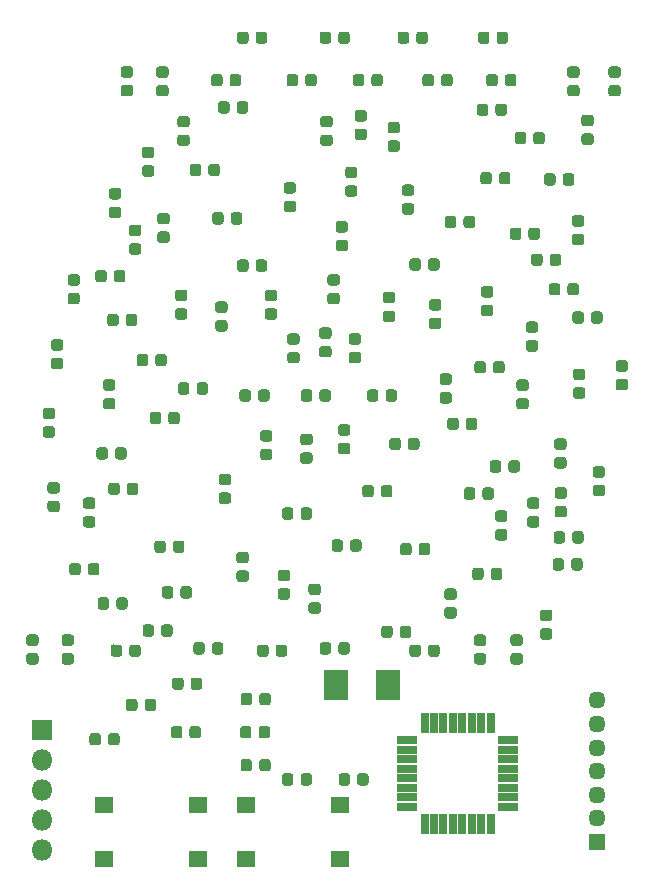
<source format=gts>
G04 #@! TF.GenerationSoftware,KiCad,Pcbnew,5.1.6-c6e7f7d~86~ubuntu18.04.1*
G04 #@! TF.CreationDate,2020-06-18T14:39:11+02:00*
G04 #@! TF.ProjectId,pcb,7063622e-6b69-4636-9164-5f7063625858,rev?*
G04 #@! TF.SameCoordinates,Original*
G04 #@! TF.FileFunction,Soldermask,Top*
G04 #@! TF.FilePolarity,Negative*
%FSLAX46Y46*%
G04 Gerber Fmt 4.6, Leading zero omitted, Abs format (unit mm)*
G04 Created by KiCad (PCBNEW 5.1.6-c6e7f7d~86~ubuntu18.04.1) date 2020-06-18 14:39:11*
%MOMM*%
%LPD*%
G01*
G04 APERTURE LIST*
%ADD10O,1.450000X1.450000*%
%ADD11R,1.450000X1.450000*%
%ADD12R,2.000000X2.600000*%
%ADD13R,1.650000X1.400000*%
%ADD14O,1.800000X1.800000*%
%ADD15R,1.800000X1.800000*%
%ADD16R,1.700000X0.650000*%
%ADD17R,0.650000X1.700000*%
G04 APERTURE END LIST*
D10*
G04 #@! TO.C,J2*
X49500000Y-57600000D03*
X49500000Y-59600000D03*
X49500000Y-61600000D03*
X49500000Y-63600000D03*
X49500000Y-65600000D03*
X49500000Y-67600000D03*
D11*
X49500000Y-69600000D03*
G04 #@! TD*
D12*
G04 #@! TO.C,Y1*
X31800000Y-56300000D03*
X27400000Y-56300000D03*
G04 #@! TD*
D13*
G04 #@! TO.C,SW2*
X27750000Y-71000000D03*
X27750000Y-66500000D03*
X19800000Y-66500000D03*
X19800000Y-71000000D03*
G04 #@! TD*
G04 #@! TO.C,SW1*
X15750000Y-71000000D03*
X15750000Y-66500000D03*
X7800000Y-66500000D03*
X7800000Y-71000000D03*
G04 #@! TD*
G04 #@! TO.C,R13*
G36*
G01*
X23800000Y-64018750D02*
X23800000Y-64581250D01*
G75*
G02*
X23556250Y-64825000I-243750J0D01*
G01*
X23068750Y-64825000D01*
G75*
G02*
X22825000Y-64581250I0J243750D01*
G01*
X22825000Y-64018750D01*
G75*
G02*
X23068750Y-63775000I243750J0D01*
G01*
X23556250Y-63775000D01*
G75*
G02*
X23800000Y-64018750I0J-243750D01*
G01*
G37*
G36*
G01*
X25375000Y-64018750D02*
X25375000Y-64581250D01*
G75*
G02*
X25131250Y-64825000I-243750J0D01*
G01*
X24643750Y-64825000D01*
G75*
G02*
X24400000Y-64581250I0J243750D01*
G01*
X24400000Y-64018750D01*
G75*
G02*
X24643750Y-63775000I243750J0D01*
G01*
X25131250Y-63775000D01*
G75*
G02*
X25375000Y-64018750I0J-243750D01*
G01*
G37*
G04 #@! TD*
G04 #@! TO.C,R12*
G36*
G01*
X28600000Y-64018750D02*
X28600000Y-64581250D01*
G75*
G02*
X28356250Y-64825000I-243750J0D01*
G01*
X27868750Y-64825000D01*
G75*
G02*
X27625000Y-64581250I0J243750D01*
G01*
X27625000Y-64018750D01*
G75*
G02*
X27868750Y-63775000I243750J0D01*
G01*
X28356250Y-63775000D01*
G75*
G02*
X28600000Y-64018750I0J-243750D01*
G01*
G37*
G36*
G01*
X30175000Y-64018750D02*
X30175000Y-64581250D01*
G75*
G02*
X29931250Y-64825000I-243750J0D01*
G01*
X29443750Y-64825000D01*
G75*
G02*
X29200000Y-64581250I0J243750D01*
G01*
X29200000Y-64018750D01*
G75*
G02*
X29443750Y-63775000I243750J0D01*
G01*
X29931250Y-63775000D01*
G75*
G02*
X30175000Y-64018750I0J-243750D01*
G01*
G37*
G04 #@! TD*
G04 #@! TO.C,R11*
G36*
G01*
X10600000Y-57718750D02*
X10600000Y-58281250D01*
G75*
G02*
X10356250Y-58525000I-243750J0D01*
G01*
X9868750Y-58525000D01*
G75*
G02*
X9625000Y-58281250I0J243750D01*
G01*
X9625000Y-57718750D01*
G75*
G02*
X9868750Y-57475000I243750J0D01*
G01*
X10356250Y-57475000D01*
G75*
G02*
X10600000Y-57718750I0J-243750D01*
G01*
G37*
G36*
G01*
X12175000Y-57718750D02*
X12175000Y-58281250D01*
G75*
G02*
X11931250Y-58525000I-243750J0D01*
G01*
X11443750Y-58525000D01*
G75*
G02*
X11200000Y-58281250I0J243750D01*
G01*
X11200000Y-57718750D01*
G75*
G02*
X11443750Y-57475000I243750J0D01*
G01*
X11931250Y-57475000D01*
G75*
G02*
X12175000Y-57718750I0J-243750D01*
G01*
G37*
G04 #@! TD*
G04 #@! TO.C,R10*
G36*
G01*
X51891250Y-29790000D02*
X51328750Y-29790000D01*
G75*
G02*
X51085000Y-29546250I0J243750D01*
G01*
X51085000Y-29058750D01*
G75*
G02*
X51328750Y-28815000I243750J0D01*
G01*
X51891250Y-28815000D01*
G75*
G02*
X52135000Y-29058750I0J-243750D01*
G01*
X52135000Y-29546250D01*
G75*
G02*
X51891250Y-29790000I-243750J0D01*
G01*
G37*
G36*
G01*
X51891250Y-31365000D02*
X51328750Y-31365000D01*
G75*
G02*
X51085000Y-31121250I0J243750D01*
G01*
X51085000Y-30633750D01*
G75*
G02*
X51328750Y-30390000I243750J0D01*
G01*
X51891250Y-30390000D01*
G75*
G02*
X52135000Y-30633750I0J-243750D01*
G01*
X52135000Y-31121250D01*
G75*
G02*
X51891250Y-31365000I-243750J0D01*
G01*
G37*
G04 #@! TD*
G04 #@! TO.C,R9*
G36*
G01*
X20300000Y-62818750D02*
X20300000Y-63381250D01*
G75*
G02*
X20056250Y-63625000I-243750J0D01*
G01*
X19568750Y-63625000D01*
G75*
G02*
X19325000Y-63381250I0J243750D01*
G01*
X19325000Y-62818750D01*
G75*
G02*
X19568750Y-62575000I243750J0D01*
G01*
X20056250Y-62575000D01*
G75*
G02*
X20300000Y-62818750I0J-243750D01*
G01*
G37*
G36*
G01*
X21875000Y-62818750D02*
X21875000Y-63381250D01*
G75*
G02*
X21631250Y-63625000I-243750J0D01*
G01*
X21143750Y-63625000D01*
G75*
G02*
X20900000Y-63381250I0J243750D01*
G01*
X20900000Y-62818750D01*
G75*
G02*
X21143750Y-62575000I243750J0D01*
G01*
X21631250Y-62575000D01*
G75*
G02*
X21875000Y-62818750I0J-243750D01*
G01*
G37*
G04 #@! TD*
G04 #@! TO.C,R8*
G36*
G01*
X14500000Y-55918750D02*
X14500000Y-56481250D01*
G75*
G02*
X14256250Y-56725000I-243750J0D01*
G01*
X13768750Y-56725000D01*
G75*
G02*
X13525000Y-56481250I0J243750D01*
G01*
X13525000Y-55918750D01*
G75*
G02*
X13768750Y-55675000I243750J0D01*
G01*
X14256250Y-55675000D01*
G75*
G02*
X14500000Y-55918750I0J-243750D01*
G01*
G37*
G36*
G01*
X16075000Y-55918750D02*
X16075000Y-56481250D01*
G75*
G02*
X15831250Y-56725000I-243750J0D01*
G01*
X15343750Y-56725000D01*
G75*
G02*
X15100000Y-56481250I0J243750D01*
G01*
X15100000Y-55918750D01*
G75*
G02*
X15343750Y-55675000I243750J0D01*
G01*
X15831250Y-55675000D01*
G75*
G02*
X16075000Y-55918750I0J-243750D01*
G01*
G37*
G04 #@! TD*
G04 #@! TO.C,R7*
G36*
G01*
X20250000Y-60018750D02*
X20250000Y-60581250D01*
G75*
G02*
X20006250Y-60825000I-243750J0D01*
G01*
X19518750Y-60825000D01*
G75*
G02*
X19275000Y-60581250I0J243750D01*
G01*
X19275000Y-60018750D01*
G75*
G02*
X19518750Y-59775000I243750J0D01*
G01*
X20006250Y-59775000D01*
G75*
G02*
X20250000Y-60018750I0J-243750D01*
G01*
G37*
G36*
G01*
X21825000Y-60018750D02*
X21825000Y-60581250D01*
G75*
G02*
X21581250Y-60825000I-243750J0D01*
G01*
X21093750Y-60825000D01*
G75*
G02*
X20850000Y-60581250I0J243750D01*
G01*
X20850000Y-60018750D01*
G75*
G02*
X21093750Y-59775000I243750J0D01*
G01*
X21581250Y-59775000D01*
G75*
G02*
X21825000Y-60018750I0J-243750D01*
G01*
G37*
G04 #@! TD*
G04 #@! TO.C,R6*
G36*
G01*
X46720000Y-45808750D02*
X46720000Y-46371250D01*
G75*
G02*
X46476250Y-46615000I-243750J0D01*
G01*
X45988750Y-46615000D01*
G75*
G02*
X45745000Y-46371250I0J243750D01*
G01*
X45745000Y-45808750D01*
G75*
G02*
X45988750Y-45565000I243750J0D01*
G01*
X46476250Y-45565000D01*
G75*
G02*
X46720000Y-45808750I0J-243750D01*
G01*
G37*
G36*
G01*
X48295000Y-45808750D02*
X48295000Y-46371250D01*
G75*
G02*
X48051250Y-46615000I-243750J0D01*
G01*
X47563750Y-46615000D01*
G75*
G02*
X47320000Y-46371250I0J243750D01*
G01*
X47320000Y-45808750D01*
G75*
G02*
X47563750Y-45565000I243750J0D01*
G01*
X48051250Y-45565000D01*
G75*
G02*
X48295000Y-45808750I0J-243750D01*
G01*
G37*
G04 #@! TD*
G04 #@! TO.C,R5*
G36*
G01*
X46721250Y-40540000D02*
X46158750Y-40540000D01*
G75*
G02*
X45915000Y-40296250I0J243750D01*
G01*
X45915000Y-39808750D01*
G75*
G02*
X46158750Y-39565000I243750J0D01*
G01*
X46721250Y-39565000D01*
G75*
G02*
X46965000Y-39808750I0J-243750D01*
G01*
X46965000Y-40296250D01*
G75*
G02*
X46721250Y-40540000I-243750J0D01*
G01*
G37*
G36*
G01*
X46721250Y-42115000D02*
X46158750Y-42115000D01*
G75*
G02*
X45915000Y-41871250I0J243750D01*
G01*
X45915000Y-41383750D01*
G75*
G02*
X46158750Y-41140000I243750J0D01*
G01*
X46721250Y-41140000D01*
G75*
G02*
X46965000Y-41383750I0J-243750D01*
G01*
X46965000Y-41871250D01*
G75*
G02*
X46721250Y-42115000I-243750J0D01*
G01*
G37*
G04 #@! TD*
G04 #@! TO.C,R4*
G36*
G01*
X46800000Y-43518750D02*
X46800000Y-44081250D01*
G75*
G02*
X46556250Y-44325000I-243750J0D01*
G01*
X46068750Y-44325000D01*
G75*
G02*
X45825000Y-44081250I0J243750D01*
G01*
X45825000Y-43518750D01*
G75*
G02*
X46068750Y-43275000I243750J0D01*
G01*
X46556250Y-43275000D01*
G75*
G02*
X46800000Y-43518750I0J-243750D01*
G01*
G37*
G36*
G01*
X48375000Y-43518750D02*
X48375000Y-44081250D01*
G75*
G02*
X48131250Y-44325000I-243750J0D01*
G01*
X47643750Y-44325000D01*
G75*
G02*
X47400000Y-44081250I0J243750D01*
G01*
X47400000Y-43518750D01*
G75*
G02*
X47643750Y-43275000I243750J0D01*
G01*
X48131250Y-43275000D01*
G75*
G02*
X48375000Y-43518750I0J-243750D01*
G01*
G37*
G04 #@! TD*
G04 #@! TO.C,R3*
G36*
G01*
X45481250Y-50900000D02*
X44918750Y-50900000D01*
G75*
G02*
X44675000Y-50656250I0J243750D01*
G01*
X44675000Y-50168750D01*
G75*
G02*
X44918750Y-49925000I243750J0D01*
G01*
X45481250Y-49925000D01*
G75*
G02*
X45725000Y-50168750I0J-243750D01*
G01*
X45725000Y-50656250D01*
G75*
G02*
X45481250Y-50900000I-243750J0D01*
G01*
G37*
G36*
G01*
X45481250Y-52475000D02*
X44918750Y-52475000D01*
G75*
G02*
X44675000Y-52231250I0J243750D01*
G01*
X44675000Y-51743750D01*
G75*
G02*
X44918750Y-51500000I243750J0D01*
G01*
X45481250Y-51500000D01*
G75*
G02*
X45725000Y-51743750I0J-243750D01*
G01*
X45725000Y-52231250D01*
G75*
G02*
X45481250Y-52475000I-243750J0D01*
G01*
G37*
G04 #@! TD*
G04 #@! TO.C,R2*
G36*
G01*
X13630000Y-48178750D02*
X13630000Y-48741250D01*
G75*
G02*
X13386250Y-48985000I-243750J0D01*
G01*
X12898750Y-48985000D01*
G75*
G02*
X12655000Y-48741250I0J243750D01*
G01*
X12655000Y-48178750D01*
G75*
G02*
X12898750Y-47935000I243750J0D01*
G01*
X13386250Y-47935000D01*
G75*
G02*
X13630000Y-48178750I0J-243750D01*
G01*
G37*
G36*
G01*
X15205000Y-48178750D02*
X15205000Y-48741250D01*
G75*
G02*
X14961250Y-48985000I-243750J0D01*
G01*
X14473750Y-48985000D01*
G75*
G02*
X14230000Y-48741250I0J243750D01*
G01*
X14230000Y-48178750D01*
G75*
G02*
X14473750Y-47935000I243750J0D01*
G01*
X14961250Y-47935000D01*
G75*
G02*
X15205000Y-48178750I0J-243750D01*
G01*
G37*
G04 #@! TD*
G04 #@! TO.C,R1*
G36*
G01*
X49941250Y-38750000D02*
X49378750Y-38750000D01*
G75*
G02*
X49135000Y-38506250I0J243750D01*
G01*
X49135000Y-38018750D01*
G75*
G02*
X49378750Y-37775000I243750J0D01*
G01*
X49941250Y-37775000D01*
G75*
G02*
X50185000Y-38018750I0J-243750D01*
G01*
X50185000Y-38506250D01*
G75*
G02*
X49941250Y-38750000I-243750J0D01*
G01*
G37*
G36*
G01*
X49941250Y-40325000D02*
X49378750Y-40325000D01*
G75*
G02*
X49135000Y-40081250I0J243750D01*
G01*
X49135000Y-39593750D01*
G75*
G02*
X49378750Y-39350000I243750J0D01*
G01*
X49941250Y-39350000D01*
G75*
G02*
X50185000Y-39593750I0J-243750D01*
G01*
X50185000Y-40081250D01*
G75*
G02*
X49941250Y-40325000I-243750J0D01*
G01*
G37*
G04 #@! TD*
D14*
G04 #@! TO.C,J1*
X2500000Y-70260000D03*
X2500000Y-67720000D03*
X2500000Y-65180000D03*
X2500000Y-62640000D03*
D15*
X2500000Y-60100000D03*
G04 #@! TD*
G04 #@! TO.C,D110*
G36*
G01*
X18500000Y-17081250D02*
X18500000Y-16518750D01*
G75*
G02*
X18743750Y-16275000I243750J0D01*
G01*
X19231250Y-16275000D01*
G75*
G02*
X19475000Y-16518750I0J-243750D01*
G01*
X19475000Y-17081250D01*
G75*
G02*
X19231250Y-17325000I-243750J0D01*
G01*
X18743750Y-17325000D01*
G75*
G02*
X18500000Y-17081250I0J243750D01*
G01*
G37*
G36*
G01*
X16925000Y-17081250D02*
X16925000Y-16518750D01*
G75*
G02*
X17168750Y-16275000I243750J0D01*
G01*
X17656250Y-16275000D01*
G75*
G02*
X17900000Y-16518750I0J-243750D01*
G01*
X17900000Y-17081250D01*
G75*
G02*
X17656250Y-17325000I-243750J0D01*
G01*
X17168750Y-17325000D01*
G75*
G02*
X16925000Y-17081250I0J243750D01*
G01*
G37*
G04 #@! TD*
G04 #@! TO.C,D109*
G36*
G01*
X17981250Y-24800000D02*
X17418750Y-24800000D01*
G75*
G02*
X17175000Y-24556250I0J243750D01*
G01*
X17175000Y-24068750D01*
G75*
G02*
X17418750Y-23825000I243750J0D01*
G01*
X17981250Y-23825000D01*
G75*
G02*
X18225000Y-24068750I0J-243750D01*
G01*
X18225000Y-24556250D01*
G75*
G02*
X17981250Y-24800000I-243750J0D01*
G01*
G37*
G36*
G01*
X17981250Y-26375000D02*
X17418750Y-26375000D01*
G75*
G02*
X17175000Y-26131250I0J243750D01*
G01*
X17175000Y-25643750D01*
G75*
G02*
X17418750Y-25400000I243750J0D01*
G01*
X17981250Y-25400000D01*
G75*
G02*
X18225000Y-25643750I0J-243750D01*
G01*
X18225000Y-26131250D01*
G75*
G02*
X17981250Y-26375000I-243750J0D01*
G01*
G37*
G04 #@! TD*
G04 #@! TO.C,D108*
G36*
G01*
X14581250Y-23800000D02*
X14018750Y-23800000D01*
G75*
G02*
X13775000Y-23556250I0J243750D01*
G01*
X13775000Y-23068750D01*
G75*
G02*
X14018750Y-22825000I243750J0D01*
G01*
X14581250Y-22825000D01*
G75*
G02*
X14825000Y-23068750I0J-243750D01*
G01*
X14825000Y-23556250D01*
G75*
G02*
X14581250Y-23800000I-243750J0D01*
G01*
G37*
G36*
G01*
X14581250Y-25375000D02*
X14018750Y-25375000D01*
G75*
G02*
X13775000Y-25131250I0J243750D01*
G01*
X13775000Y-24643750D01*
G75*
G02*
X14018750Y-24400000I243750J0D01*
G01*
X14581250Y-24400000D01*
G75*
G02*
X14825000Y-24643750I0J-243750D01*
G01*
X14825000Y-25131250D01*
G75*
G02*
X14581250Y-25375000I-243750J0D01*
G01*
G37*
G04 #@! TD*
G04 #@! TO.C,D107*
G36*
G01*
X13081250Y-17300000D02*
X12518750Y-17300000D01*
G75*
G02*
X12275000Y-17056250I0J243750D01*
G01*
X12275000Y-16568750D01*
G75*
G02*
X12518750Y-16325000I243750J0D01*
G01*
X13081250Y-16325000D01*
G75*
G02*
X13325000Y-16568750I0J-243750D01*
G01*
X13325000Y-17056250D01*
G75*
G02*
X13081250Y-17300000I-243750J0D01*
G01*
G37*
G36*
G01*
X13081250Y-18875000D02*
X12518750Y-18875000D01*
G75*
G02*
X12275000Y-18631250I0J243750D01*
G01*
X12275000Y-18143750D01*
G75*
G02*
X12518750Y-17900000I243750J0D01*
G01*
X13081250Y-17900000D01*
G75*
G02*
X13325000Y-18143750I0J-243750D01*
G01*
X13325000Y-18631250D01*
G75*
G02*
X13081250Y-18875000I-243750J0D01*
G01*
G37*
G04 #@! TD*
G04 #@! TO.C,D106*
G36*
G01*
X8981250Y-15200000D02*
X8418750Y-15200000D01*
G75*
G02*
X8175000Y-14956250I0J243750D01*
G01*
X8175000Y-14468750D01*
G75*
G02*
X8418750Y-14225000I243750J0D01*
G01*
X8981250Y-14225000D01*
G75*
G02*
X9225000Y-14468750I0J-243750D01*
G01*
X9225000Y-14956250D01*
G75*
G02*
X8981250Y-15200000I-243750J0D01*
G01*
G37*
G36*
G01*
X8981250Y-16775000D02*
X8418750Y-16775000D01*
G75*
G02*
X8175000Y-16531250I0J243750D01*
G01*
X8175000Y-16043750D01*
G75*
G02*
X8418750Y-15800000I243750J0D01*
G01*
X8981250Y-15800000D01*
G75*
G02*
X9225000Y-16043750I0J-243750D01*
G01*
X9225000Y-16531250D01*
G75*
G02*
X8981250Y-16775000I-243750J0D01*
G01*
G37*
G04 #@! TD*
G04 #@! TO.C,D105*
G36*
G01*
X10681250Y-18300000D02*
X10118750Y-18300000D01*
G75*
G02*
X9875000Y-18056250I0J243750D01*
G01*
X9875000Y-17568750D01*
G75*
G02*
X10118750Y-17325000I243750J0D01*
G01*
X10681250Y-17325000D01*
G75*
G02*
X10925000Y-17568750I0J-243750D01*
G01*
X10925000Y-18056250D01*
G75*
G02*
X10681250Y-18300000I-243750J0D01*
G01*
G37*
G36*
G01*
X10681250Y-19875000D02*
X10118750Y-19875000D01*
G75*
G02*
X9875000Y-19631250I0J243750D01*
G01*
X9875000Y-19143750D01*
G75*
G02*
X10118750Y-18900000I243750J0D01*
G01*
X10681250Y-18900000D01*
G75*
G02*
X10925000Y-19143750I0J-243750D01*
G01*
X10925000Y-19631250D01*
G75*
G02*
X10681250Y-19875000I-243750J0D01*
G01*
G37*
G04 #@! TD*
G04 #@! TO.C,D104*
G36*
G01*
X8600000Y-21981250D02*
X8600000Y-21418750D01*
G75*
G02*
X8843750Y-21175000I243750J0D01*
G01*
X9331250Y-21175000D01*
G75*
G02*
X9575000Y-21418750I0J-243750D01*
G01*
X9575000Y-21981250D01*
G75*
G02*
X9331250Y-22225000I-243750J0D01*
G01*
X8843750Y-22225000D01*
G75*
G02*
X8600000Y-21981250I0J243750D01*
G01*
G37*
G36*
G01*
X7025000Y-21981250D02*
X7025000Y-21418750D01*
G75*
G02*
X7268750Y-21175000I243750J0D01*
G01*
X7756250Y-21175000D01*
G75*
G02*
X8000000Y-21418750I0J-243750D01*
G01*
X8000000Y-21981250D01*
G75*
G02*
X7756250Y-22225000I-243750J0D01*
G01*
X7268750Y-22225000D01*
G75*
G02*
X7025000Y-21981250I0J243750D01*
G01*
G37*
G04 #@! TD*
G04 #@! TO.C,D103*
G36*
G01*
X5481250Y-22500000D02*
X4918750Y-22500000D01*
G75*
G02*
X4675000Y-22256250I0J243750D01*
G01*
X4675000Y-21768750D01*
G75*
G02*
X4918750Y-21525000I243750J0D01*
G01*
X5481250Y-21525000D01*
G75*
G02*
X5725000Y-21768750I0J-243750D01*
G01*
X5725000Y-22256250D01*
G75*
G02*
X5481250Y-22500000I-243750J0D01*
G01*
G37*
G36*
G01*
X5481250Y-24075000D02*
X4918750Y-24075000D01*
G75*
G02*
X4675000Y-23831250I0J243750D01*
G01*
X4675000Y-23343750D01*
G75*
G02*
X4918750Y-23100000I243750J0D01*
G01*
X5481250Y-23100000D01*
G75*
G02*
X5725000Y-23343750I0J-243750D01*
G01*
X5725000Y-23831250D01*
G75*
G02*
X5481250Y-24075000I-243750J0D01*
G01*
G37*
G04 #@! TD*
G04 #@! TO.C,D102*
G36*
G01*
X9600000Y-25681250D02*
X9600000Y-25118750D01*
G75*
G02*
X9843750Y-24875000I243750J0D01*
G01*
X10331250Y-24875000D01*
G75*
G02*
X10575000Y-25118750I0J-243750D01*
G01*
X10575000Y-25681250D01*
G75*
G02*
X10331250Y-25925000I-243750J0D01*
G01*
X9843750Y-25925000D01*
G75*
G02*
X9600000Y-25681250I0J243750D01*
G01*
G37*
G36*
G01*
X8025000Y-25681250D02*
X8025000Y-25118750D01*
G75*
G02*
X8268750Y-24875000I243750J0D01*
G01*
X8756250Y-24875000D01*
G75*
G02*
X9000000Y-25118750I0J-243750D01*
G01*
X9000000Y-25681250D01*
G75*
G02*
X8756250Y-25925000I-243750J0D01*
G01*
X8268750Y-25925000D01*
G75*
G02*
X8025000Y-25681250I0J243750D01*
G01*
G37*
G04 #@! TD*
G04 #@! TO.C,D101*
G36*
G01*
X12100000Y-29081250D02*
X12100000Y-28518750D01*
G75*
G02*
X12343750Y-28275000I243750J0D01*
G01*
X12831250Y-28275000D01*
G75*
G02*
X13075000Y-28518750I0J-243750D01*
G01*
X13075000Y-29081250D01*
G75*
G02*
X12831250Y-29325000I-243750J0D01*
G01*
X12343750Y-29325000D01*
G75*
G02*
X12100000Y-29081250I0J243750D01*
G01*
G37*
G36*
G01*
X10525000Y-29081250D02*
X10525000Y-28518750D01*
G75*
G02*
X10768750Y-28275000I243750J0D01*
G01*
X11256250Y-28275000D01*
G75*
G02*
X11500000Y-28518750I0J-243750D01*
G01*
X11500000Y-29081250D01*
G75*
G02*
X11256250Y-29325000I-243750J0D01*
G01*
X10768750Y-29325000D01*
G75*
G02*
X10525000Y-29081250I0J243750D01*
G01*
G37*
G04 #@! TD*
G04 #@! TO.C,D100*
G36*
G01*
X8481250Y-31400000D02*
X7918750Y-31400000D01*
G75*
G02*
X7675000Y-31156250I0J243750D01*
G01*
X7675000Y-30668750D01*
G75*
G02*
X7918750Y-30425000I243750J0D01*
G01*
X8481250Y-30425000D01*
G75*
G02*
X8725000Y-30668750I0J-243750D01*
G01*
X8725000Y-31156250D01*
G75*
G02*
X8481250Y-31400000I-243750J0D01*
G01*
G37*
G36*
G01*
X8481250Y-32975000D02*
X7918750Y-32975000D01*
G75*
G02*
X7675000Y-32731250I0J243750D01*
G01*
X7675000Y-32243750D01*
G75*
G02*
X7918750Y-32000000I243750J0D01*
G01*
X8481250Y-32000000D01*
G75*
G02*
X8725000Y-32243750I0J-243750D01*
G01*
X8725000Y-32731250D01*
G75*
G02*
X8481250Y-32975000I-243750J0D01*
G01*
G37*
G04 #@! TD*
G04 #@! TO.C,D99*
G36*
G01*
X4081250Y-28000000D02*
X3518750Y-28000000D01*
G75*
G02*
X3275000Y-27756250I0J243750D01*
G01*
X3275000Y-27268750D01*
G75*
G02*
X3518750Y-27025000I243750J0D01*
G01*
X4081250Y-27025000D01*
G75*
G02*
X4325000Y-27268750I0J-243750D01*
G01*
X4325000Y-27756250D01*
G75*
G02*
X4081250Y-28000000I-243750J0D01*
G01*
G37*
G36*
G01*
X4081250Y-29575000D02*
X3518750Y-29575000D01*
G75*
G02*
X3275000Y-29331250I0J243750D01*
G01*
X3275000Y-28843750D01*
G75*
G02*
X3518750Y-28600000I243750J0D01*
G01*
X4081250Y-28600000D01*
G75*
G02*
X4325000Y-28843750I0J-243750D01*
G01*
X4325000Y-29331250D01*
G75*
G02*
X4081250Y-29575000I-243750J0D01*
G01*
G37*
G04 #@! TD*
G04 #@! TO.C,D98*
G36*
G01*
X3381250Y-33800000D02*
X2818750Y-33800000D01*
G75*
G02*
X2575000Y-33556250I0J243750D01*
G01*
X2575000Y-33068750D01*
G75*
G02*
X2818750Y-32825000I243750J0D01*
G01*
X3381250Y-32825000D01*
G75*
G02*
X3625000Y-33068750I0J-243750D01*
G01*
X3625000Y-33556250D01*
G75*
G02*
X3381250Y-33800000I-243750J0D01*
G01*
G37*
G36*
G01*
X3381250Y-35375000D02*
X2818750Y-35375000D01*
G75*
G02*
X2575000Y-35131250I0J243750D01*
G01*
X2575000Y-34643750D01*
G75*
G02*
X2818750Y-34400000I243750J0D01*
G01*
X3381250Y-34400000D01*
G75*
G02*
X3625000Y-34643750I0J-243750D01*
G01*
X3625000Y-35131250D01*
G75*
G02*
X3381250Y-35375000I-243750J0D01*
G01*
G37*
G04 #@! TD*
G04 #@! TO.C,D97*
G36*
G01*
X8700000Y-36981250D02*
X8700000Y-36418750D01*
G75*
G02*
X8943750Y-36175000I243750J0D01*
G01*
X9431250Y-36175000D01*
G75*
G02*
X9675000Y-36418750I0J-243750D01*
G01*
X9675000Y-36981250D01*
G75*
G02*
X9431250Y-37225000I-243750J0D01*
G01*
X8943750Y-37225000D01*
G75*
G02*
X8700000Y-36981250I0J243750D01*
G01*
G37*
G36*
G01*
X7125000Y-36981250D02*
X7125000Y-36418750D01*
G75*
G02*
X7368750Y-36175000I243750J0D01*
G01*
X7856250Y-36175000D01*
G75*
G02*
X8100000Y-36418750I0J-243750D01*
G01*
X8100000Y-36981250D01*
G75*
G02*
X7856250Y-37225000I-243750J0D01*
G01*
X7368750Y-37225000D01*
G75*
G02*
X7125000Y-36981250I0J243750D01*
G01*
G37*
G04 #@! TD*
G04 #@! TO.C,D96*
G36*
G01*
X13200000Y-33981250D02*
X13200000Y-33418750D01*
G75*
G02*
X13443750Y-33175000I243750J0D01*
G01*
X13931250Y-33175000D01*
G75*
G02*
X14175000Y-33418750I0J-243750D01*
G01*
X14175000Y-33981250D01*
G75*
G02*
X13931250Y-34225000I-243750J0D01*
G01*
X13443750Y-34225000D01*
G75*
G02*
X13200000Y-33981250I0J243750D01*
G01*
G37*
G36*
G01*
X11625000Y-33981250D02*
X11625000Y-33418750D01*
G75*
G02*
X11868750Y-33175000I243750J0D01*
G01*
X12356250Y-33175000D01*
G75*
G02*
X12600000Y-33418750I0J-243750D01*
G01*
X12600000Y-33981250D01*
G75*
G02*
X12356250Y-34225000I-243750J0D01*
G01*
X11868750Y-34225000D01*
G75*
G02*
X11625000Y-33981250I0J243750D01*
G01*
G37*
G04 #@! TD*
G04 #@! TO.C,D95*
G36*
G01*
X15600000Y-31481250D02*
X15600000Y-30918750D01*
G75*
G02*
X15843750Y-30675000I243750J0D01*
G01*
X16331250Y-30675000D01*
G75*
G02*
X16575000Y-30918750I0J-243750D01*
G01*
X16575000Y-31481250D01*
G75*
G02*
X16331250Y-31725000I-243750J0D01*
G01*
X15843750Y-31725000D01*
G75*
G02*
X15600000Y-31481250I0J243750D01*
G01*
G37*
G36*
G01*
X14025000Y-31481250D02*
X14025000Y-30918750D01*
G75*
G02*
X14268750Y-30675000I243750J0D01*
G01*
X14756250Y-30675000D01*
G75*
G02*
X15000000Y-30918750I0J-243750D01*
G01*
X15000000Y-31481250D01*
G75*
G02*
X14756250Y-31725000I-243750J0D01*
G01*
X14268750Y-31725000D01*
G75*
G02*
X14025000Y-31481250I0J243750D01*
G01*
G37*
G04 #@! TD*
G04 #@! TO.C,D94*
G36*
G01*
X17718750Y-40000000D02*
X18281250Y-40000000D01*
G75*
G02*
X18525000Y-40243750I0J-243750D01*
G01*
X18525000Y-40731250D01*
G75*
G02*
X18281250Y-40975000I-243750J0D01*
G01*
X17718750Y-40975000D01*
G75*
G02*
X17475000Y-40731250I0J243750D01*
G01*
X17475000Y-40243750D01*
G75*
G02*
X17718750Y-40000000I243750J0D01*
G01*
G37*
G36*
G01*
X17718750Y-38425000D02*
X18281250Y-38425000D01*
G75*
G02*
X18525000Y-38668750I0J-243750D01*
G01*
X18525000Y-39156250D01*
G75*
G02*
X18281250Y-39400000I-243750J0D01*
G01*
X17718750Y-39400000D01*
G75*
G02*
X17475000Y-39156250I0J243750D01*
G01*
X17475000Y-38668750D01*
G75*
G02*
X17718750Y-38425000I243750J0D01*
G01*
G37*
G04 #@! TD*
G04 #@! TO.C,D93*
G36*
G01*
X9700000Y-39981250D02*
X9700000Y-39418750D01*
G75*
G02*
X9943750Y-39175000I243750J0D01*
G01*
X10431250Y-39175000D01*
G75*
G02*
X10675000Y-39418750I0J-243750D01*
G01*
X10675000Y-39981250D01*
G75*
G02*
X10431250Y-40225000I-243750J0D01*
G01*
X9943750Y-40225000D01*
G75*
G02*
X9700000Y-39981250I0J243750D01*
G01*
G37*
G36*
G01*
X8125000Y-39981250D02*
X8125000Y-39418750D01*
G75*
G02*
X8368750Y-39175000I243750J0D01*
G01*
X8856250Y-39175000D01*
G75*
G02*
X9100000Y-39418750I0J-243750D01*
G01*
X9100000Y-39981250D01*
G75*
G02*
X8856250Y-40225000I-243750J0D01*
G01*
X8368750Y-40225000D01*
G75*
G02*
X8125000Y-39981250I0J243750D01*
G01*
G37*
G04 #@! TD*
G04 #@! TO.C,D92*
G36*
G01*
X21781250Y-35700000D02*
X21218750Y-35700000D01*
G75*
G02*
X20975000Y-35456250I0J243750D01*
G01*
X20975000Y-34968750D01*
G75*
G02*
X21218750Y-34725000I243750J0D01*
G01*
X21781250Y-34725000D01*
G75*
G02*
X22025000Y-34968750I0J-243750D01*
G01*
X22025000Y-35456250D01*
G75*
G02*
X21781250Y-35700000I-243750J0D01*
G01*
G37*
G36*
G01*
X21781250Y-37275000D02*
X21218750Y-37275000D01*
G75*
G02*
X20975000Y-37031250I0J243750D01*
G01*
X20975000Y-36543750D01*
G75*
G02*
X21218750Y-36300000I243750J0D01*
G01*
X21781250Y-36300000D01*
G75*
G02*
X22025000Y-36543750I0J-243750D01*
G01*
X22025000Y-37031250D01*
G75*
G02*
X21781250Y-37275000I-243750J0D01*
G01*
G37*
G04 #@! TD*
G04 #@! TO.C,D90*
G36*
G01*
X35200000Y-20981250D02*
X35200000Y-20418750D01*
G75*
G02*
X35443750Y-20175000I243750J0D01*
G01*
X35931250Y-20175000D01*
G75*
G02*
X36175000Y-20418750I0J-243750D01*
G01*
X36175000Y-20981250D01*
G75*
G02*
X35931250Y-21225000I-243750J0D01*
G01*
X35443750Y-21225000D01*
G75*
G02*
X35200000Y-20981250I0J243750D01*
G01*
G37*
G36*
G01*
X33625000Y-20981250D02*
X33625000Y-20418750D01*
G75*
G02*
X33868750Y-20175000I243750J0D01*
G01*
X34356250Y-20175000D01*
G75*
G02*
X34600000Y-20418750I0J-243750D01*
G01*
X34600000Y-20981250D01*
G75*
G02*
X34356250Y-21225000I-243750J0D01*
G01*
X33868750Y-21225000D01*
G75*
G02*
X33625000Y-20981250I0J243750D01*
G01*
G37*
G04 #@! TD*
G04 #@! TO.C,D89*
G36*
G01*
X32181250Y-24000000D02*
X31618750Y-24000000D01*
G75*
G02*
X31375000Y-23756250I0J243750D01*
G01*
X31375000Y-23268750D01*
G75*
G02*
X31618750Y-23025000I243750J0D01*
G01*
X32181250Y-23025000D01*
G75*
G02*
X32425000Y-23268750I0J-243750D01*
G01*
X32425000Y-23756250D01*
G75*
G02*
X32181250Y-24000000I-243750J0D01*
G01*
G37*
G36*
G01*
X32181250Y-25575000D02*
X31618750Y-25575000D01*
G75*
G02*
X31375000Y-25331250I0J243750D01*
G01*
X31375000Y-24843750D01*
G75*
G02*
X31618750Y-24600000I243750J0D01*
G01*
X32181250Y-24600000D01*
G75*
G02*
X32425000Y-24843750I0J-243750D01*
G01*
X32425000Y-25331250D01*
G75*
G02*
X32181250Y-25575000I-243750J0D01*
G01*
G37*
G04 #@! TD*
G04 #@! TO.C,D88*
G36*
G01*
X26000000Y-32081250D02*
X26000000Y-31518750D01*
G75*
G02*
X26243750Y-31275000I243750J0D01*
G01*
X26731250Y-31275000D01*
G75*
G02*
X26975000Y-31518750I0J-243750D01*
G01*
X26975000Y-32081250D01*
G75*
G02*
X26731250Y-32325000I-243750J0D01*
G01*
X26243750Y-32325000D01*
G75*
G02*
X26000000Y-32081250I0J243750D01*
G01*
G37*
G36*
G01*
X24425000Y-32081250D02*
X24425000Y-31518750D01*
G75*
G02*
X24668750Y-31275000I243750J0D01*
G01*
X25156250Y-31275000D01*
G75*
G02*
X25400000Y-31518750I0J-243750D01*
G01*
X25400000Y-32081250D01*
G75*
G02*
X25156250Y-32325000I-243750J0D01*
G01*
X24668750Y-32325000D01*
G75*
G02*
X24425000Y-32081250I0J243750D01*
G01*
G37*
G04 #@! TD*
G04 #@! TO.C,D87*
G36*
G01*
X20800000Y-32081250D02*
X20800000Y-31518750D01*
G75*
G02*
X21043750Y-31275000I243750J0D01*
G01*
X21531250Y-31275000D01*
G75*
G02*
X21775000Y-31518750I0J-243750D01*
G01*
X21775000Y-32081250D01*
G75*
G02*
X21531250Y-32325000I-243750J0D01*
G01*
X21043750Y-32325000D01*
G75*
G02*
X20800000Y-32081250I0J243750D01*
G01*
G37*
G36*
G01*
X19225000Y-32081250D02*
X19225000Y-31518750D01*
G75*
G02*
X19468750Y-31275000I243750J0D01*
G01*
X19956250Y-31275000D01*
G75*
G02*
X20200000Y-31518750I0J-243750D01*
G01*
X20200000Y-32081250D01*
G75*
G02*
X19956250Y-32325000I-243750J0D01*
G01*
X19468750Y-32325000D01*
G75*
G02*
X19225000Y-32081250I0J243750D01*
G01*
G37*
G04 #@! TD*
G04 #@! TO.C,D86*
G36*
G01*
X41700000Y-5381250D02*
X41700000Y-4818750D01*
G75*
G02*
X41943750Y-4575000I243750J0D01*
G01*
X42431250Y-4575000D01*
G75*
G02*
X42675000Y-4818750I0J-243750D01*
G01*
X42675000Y-5381250D01*
G75*
G02*
X42431250Y-5625000I-243750J0D01*
G01*
X41943750Y-5625000D01*
G75*
G02*
X41700000Y-5381250I0J243750D01*
G01*
G37*
G36*
G01*
X40125000Y-5381250D02*
X40125000Y-4818750D01*
G75*
G02*
X40368750Y-4575000I243750J0D01*
G01*
X40856250Y-4575000D01*
G75*
G02*
X41100000Y-4818750I0J-243750D01*
G01*
X41100000Y-5381250D01*
G75*
G02*
X40856250Y-5625000I-243750J0D01*
G01*
X40368750Y-5625000D01*
G75*
G02*
X40125000Y-5381250I0J243750D01*
G01*
G37*
G04 #@! TD*
G04 #@! TO.C,D85*
G36*
G01*
X47781250Y-4900000D02*
X47218750Y-4900000D01*
G75*
G02*
X46975000Y-4656250I0J243750D01*
G01*
X46975000Y-4168750D01*
G75*
G02*
X47218750Y-3925000I243750J0D01*
G01*
X47781250Y-3925000D01*
G75*
G02*
X48025000Y-4168750I0J-243750D01*
G01*
X48025000Y-4656250D01*
G75*
G02*
X47781250Y-4900000I-243750J0D01*
G01*
G37*
G36*
G01*
X47781250Y-6475000D02*
X47218750Y-6475000D01*
G75*
G02*
X46975000Y-6231250I0J243750D01*
G01*
X46975000Y-5743750D01*
G75*
G02*
X47218750Y-5500000I243750J0D01*
G01*
X47781250Y-5500000D01*
G75*
G02*
X48025000Y-5743750I0J-243750D01*
G01*
X48025000Y-6231250D01*
G75*
G02*
X47781250Y-6475000I-243750J0D01*
G01*
G37*
G04 #@! TD*
G04 #@! TO.C,D84*
G36*
G01*
X51281250Y-4900000D02*
X50718750Y-4900000D01*
G75*
G02*
X50475000Y-4656250I0J243750D01*
G01*
X50475000Y-4168750D01*
G75*
G02*
X50718750Y-3925000I243750J0D01*
G01*
X51281250Y-3925000D01*
G75*
G02*
X51525000Y-4168750I0J-243750D01*
G01*
X51525000Y-4656250D01*
G75*
G02*
X51281250Y-4900000I-243750J0D01*
G01*
G37*
G36*
G01*
X51281250Y-6475000D02*
X50718750Y-6475000D01*
G75*
G02*
X50475000Y-6231250I0J243750D01*
G01*
X50475000Y-5743750D01*
G75*
G02*
X50718750Y-5500000I243750J0D01*
G01*
X51281250Y-5500000D01*
G75*
G02*
X51525000Y-5743750I0J-243750D01*
G01*
X51525000Y-6231250D01*
G75*
G02*
X51281250Y-6475000I-243750J0D01*
G01*
G37*
G04 #@! TD*
G04 #@! TO.C,D83*
G36*
G01*
X48981250Y-9000000D02*
X48418750Y-9000000D01*
G75*
G02*
X48175000Y-8756250I0J243750D01*
G01*
X48175000Y-8268750D01*
G75*
G02*
X48418750Y-8025000I243750J0D01*
G01*
X48981250Y-8025000D01*
G75*
G02*
X49225000Y-8268750I0J-243750D01*
G01*
X49225000Y-8756250D01*
G75*
G02*
X48981250Y-9000000I-243750J0D01*
G01*
G37*
G36*
G01*
X48981250Y-10575000D02*
X48418750Y-10575000D01*
G75*
G02*
X48175000Y-10331250I0J243750D01*
G01*
X48175000Y-9843750D01*
G75*
G02*
X48418750Y-9600000I243750J0D01*
G01*
X48981250Y-9600000D01*
G75*
G02*
X49225000Y-9843750I0J-243750D01*
G01*
X49225000Y-10331250D01*
G75*
G02*
X48981250Y-10575000I-243750J0D01*
G01*
G37*
G04 #@! TD*
G04 #@! TO.C,D82*
G36*
G01*
X46600000Y-13781250D02*
X46600000Y-13218750D01*
G75*
G02*
X46843750Y-12975000I243750J0D01*
G01*
X47331250Y-12975000D01*
G75*
G02*
X47575000Y-13218750I0J-243750D01*
G01*
X47575000Y-13781250D01*
G75*
G02*
X47331250Y-14025000I-243750J0D01*
G01*
X46843750Y-14025000D01*
G75*
G02*
X46600000Y-13781250I0J243750D01*
G01*
G37*
G36*
G01*
X45025000Y-13781250D02*
X45025000Y-13218750D01*
G75*
G02*
X45268750Y-12975000I243750J0D01*
G01*
X45756250Y-12975000D01*
G75*
G02*
X46000000Y-13218750I0J-243750D01*
G01*
X46000000Y-13781250D01*
G75*
G02*
X45756250Y-14025000I-243750J0D01*
G01*
X45268750Y-14025000D01*
G75*
G02*
X45025000Y-13781250I0J243750D01*
G01*
G37*
G04 #@! TD*
G04 #@! TO.C,D81*
G36*
G01*
X43100000Y-17818750D02*
X43100000Y-18381250D01*
G75*
G02*
X42856250Y-18625000I-243750J0D01*
G01*
X42368750Y-18625000D01*
G75*
G02*
X42125000Y-18381250I0J243750D01*
G01*
X42125000Y-17818750D01*
G75*
G02*
X42368750Y-17575000I243750J0D01*
G01*
X42856250Y-17575000D01*
G75*
G02*
X43100000Y-17818750I0J-243750D01*
G01*
G37*
G36*
G01*
X44675000Y-17818750D02*
X44675000Y-18381250D01*
G75*
G02*
X44431250Y-18625000I-243750J0D01*
G01*
X43943750Y-18625000D01*
G75*
G02*
X43700000Y-18381250I0J243750D01*
G01*
X43700000Y-17818750D01*
G75*
G02*
X43943750Y-17575000I243750J0D01*
G01*
X44431250Y-17575000D01*
G75*
G02*
X44675000Y-17818750I0J-243750D01*
G01*
G37*
G04 #@! TD*
G04 #@! TO.C,D80*
G36*
G01*
X41000000Y-1781250D02*
X41000000Y-1218750D01*
G75*
G02*
X41243750Y-975000I243750J0D01*
G01*
X41731250Y-975000D01*
G75*
G02*
X41975000Y-1218750I0J-243750D01*
G01*
X41975000Y-1781250D01*
G75*
G02*
X41731250Y-2025000I-243750J0D01*
G01*
X41243750Y-2025000D01*
G75*
G02*
X41000000Y-1781250I0J243750D01*
G01*
G37*
G36*
G01*
X39425000Y-1781250D02*
X39425000Y-1218750D01*
G75*
G02*
X39668750Y-975000I243750J0D01*
G01*
X40156250Y-975000D01*
G75*
G02*
X40400000Y-1218750I0J-243750D01*
G01*
X40400000Y-1781250D01*
G75*
G02*
X40156250Y-2025000I-243750J0D01*
G01*
X39668750Y-2025000D01*
G75*
G02*
X39425000Y-1781250I0J243750D01*
G01*
G37*
G04 #@! TD*
G04 #@! TO.C,D79*
G36*
G01*
X34200000Y-1781250D02*
X34200000Y-1218750D01*
G75*
G02*
X34443750Y-975000I243750J0D01*
G01*
X34931250Y-975000D01*
G75*
G02*
X35175000Y-1218750I0J-243750D01*
G01*
X35175000Y-1781250D01*
G75*
G02*
X34931250Y-2025000I-243750J0D01*
G01*
X34443750Y-2025000D01*
G75*
G02*
X34200000Y-1781250I0J243750D01*
G01*
G37*
G36*
G01*
X32625000Y-1781250D02*
X32625000Y-1218750D01*
G75*
G02*
X32868750Y-975000I243750J0D01*
G01*
X33356250Y-975000D01*
G75*
G02*
X33600000Y-1218750I0J-243750D01*
G01*
X33600000Y-1781250D01*
G75*
G02*
X33356250Y-2025000I-243750J0D01*
G01*
X32868750Y-2025000D01*
G75*
G02*
X32625000Y-1781250I0J243750D01*
G01*
G37*
G04 #@! TD*
G04 #@! TO.C,D78*
G36*
G01*
X25181250Y-36000000D02*
X24618750Y-36000000D01*
G75*
G02*
X24375000Y-35756250I0J243750D01*
G01*
X24375000Y-35268750D01*
G75*
G02*
X24618750Y-35025000I243750J0D01*
G01*
X25181250Y-35025000D01*
G75*
G02*
X25425000Y-35268750I0J-243750D01*
G01*
X25425000Y-35756250D01*
G75*
G02*
X25181250Y-36000000I-243750J0D01*
G01*
G37*
G36*
G01*
X25181250Y-37575000D02*
X24618750Y-37575000D01*
G75*
G02*
X24375000Y-37331250I0J243750D01*
G01*
X24375000Y-36843750D01*
G75*
G02*
X24618750Y-36600000I243750J0D01*
G01*
X25181250Y-36600000D01*
G75*
G02*
X25425000Y-36843750I0J-243750D01*
G01*
X25425000Y-37331250D01*
G75*
G02*
X25181250Y-37575000I-243750J0D01*
G01*
G37*
G04 #@! TD*
G04 #@! TO.C,D77*
G36*
G01*
X28381250Y-35200000D02*
X27818750Y-35200000D01*
G75*
G02*
X27575000Y-34956250I0J243750D01*
G01*
X27575000Y-34468750D01*
G75*
G02*
X27818750Y-34225000I243750J0D01*
G01*
X28381250Y-34225000D01*
G75*
G02*
X28625000Y-34468750I0J-243750D01*
G01*
X28625000Y-34956250D01*
G75*
G02*
X28381250Y-35200000I-243750J0D01*
G01*
G37*
G36*
G01*
X28381250Y-36775000D02*
X27818750Y-36775000D01*
G75*
G02*
X27575000Y-36531250I0J243750D01*
G01*
X27575000Y-36043750D01*
G75*
G02*
X27818750Y-35800000I243750J0D01*
G01*
X28381250Y-35800000D01*
G75*
G02*
X28625000Y-36043750I0J-243750D01*
G01*
X28625000Y-36531250D01*
G75*
G02*
X28381250Y-36775000I-243750J0D01*
G01*
G37*
G04 #@! TD*
G04 #@! TO.C,D76*
G36*
G01*
X32900000Y-35618750D02*
X32900000Y-36181250D01*
G75*
G02*
X32656250Y-36425000I-243750J0D01*
G01*
X32168750Y-36425000D01*
G75*
G02*
X31925000Y-36181250I0J243750D01*
G01*
X31925000Y-35618750D01*
G75*
G02*
X32168750Y-35375000I243750J0D01*
G01*
X32656250Y-35375000D01*
G75*
G02*
X32900000Y-35618750I0J-243750D01*
G01*
G37*
G36*
G01*
X34475000Y-35618750D02*
X34475000Y-36181250D01*
G75*
G02*
X34231250Y-36425000I-243750J0D01*
G01*
X33743750Y-36425000D01*
G75*
G02*
X33500000Y-36181250I0J243750D01*
G01*
X33500000Y-35618750D01*
G75*
G02*
X33743750Y-35375000I243750J0D01*
G01*
X34231250Y-35375000D01*
G75*
G02*
X34475000Y-35618750I0J-243750D01*
G01*
G37*
G04 #@! TD*
G04 #@! TO.C,D75*
G36*
G01*
X38400000Y-34481250D02*
X38400000Y-33918750D01*
G75*
G02*
X38643750Y-33675000I243750J0D01*
G01*
X39131250Y-33675000D01*
G75*
G02*
X39375000Y-33918750I0J-243750D01*
G01*
X39375000Y-34481250D01*
G75*
G02*
X39131250Y-34725000I-243750J0D01*
G01*
X38643750Y-34725000D01*
G75*
G02*
X38400000Y-34481250I0J243750D01*
G01*
G37*
G36*
G01*
X36825000Y-34481250D02*
X36825000Y-33918750D01*
G75*
G02*
X37068750Y-33675000I243750J0D01*
G01*
X37556250Y-33675000D01*
G75*
G02*
X37800000Y-33918750I0J-243750D01*
G01*
X37800000Y-34481250D01*
G75*
G02*
X37556250Y-34725000I-243750J0D01*
G01*
X37068750Y-34725000D01*
G75*
G02*
X36825000Y-34481250I0J243750D01*
G01*
G37*
G04 #@! TD*
G04 #@! TO.C,D74*
G36*
G01*
X3781250Y-40100000D02*
X3218750Y-40100000D01*
G75*
G02*
X2975000Y-39856250I0J243750D01*
G01*
X2975000Y-39368750D01*
G75*
G02*
X3218750Y-39125000I243750J0D01*
G01*
X3781250Y-39125000D01*
G75*
G02*
X4025000Y-39368750I0J-243750D01*
G01*
X4025000Y-39856250D01*
G75*
G02*
X3781250Y-40100000I-243750J0D01*
G01*
G37*
G36*
G01*
X3781250Y-41675000D02*
X3218750Y-41675000D01*
G75*
G02*
X2975000Y-41431250I0J243750D01*
G01*
X2975000Y-40943750D01*
G75*
G02*
X3218750Y-40700000I243750J0D01*
G01*
X3781250Y-40700000D01*
G75*
G02*
X4025000Y-40943750I0J-243750D01*
G01*
X4025000Y-41431250D01*
G75*
G02*
X3781250Y-41675000I-243750J0D01*
G01*
G37*
G04 #@! TD*
G04 #@! TO.C,D73*
G36*
G01*
X6781250Y-41400000D02*
X6218750Y-41400000D01*
G75*
G02*
X5975000Y-41156250I0J243750D01*
G01*
X5975000Y-40668750D01*
G75*
G02*
X6218750Y-40425000I243750J0D01*
G01*
X6781250Y-40425000D01*
G75*
G02*
X7025000Y-40668750I0J-243750D01*
G01*
X7025000Y-41156250D01*
G75*
G02*
X6781250Y-41400000I-243750J0D01*
G01*
G37*
G36*
G01*
X6781250Y-42975000D02*
X6218750Y-42975000D01*
G75*
G02*
X5975000Y-42731250I0J243750D01*
G01*
X5975000Y-42243750D01*
G75*
G02*
X6218750Y-42000000I243750J0D01*
G01*
X6781250Y-42000000D01*
G75*
G02*
X7025000Y-42243750I0J-243750D01*
G01*
X7025000Y-42731250D01*
G75*
G02*
X6781250Y-42975000I-243750J0D01*
G01*
G37*
G04 #@! TD*
G04 #@! TO.C,D72*
G36*
G01*
X13600000Y-44881250D02*
X13600000Y-44318750D01*
G75*
G02*
X13843750Y-44075000I243750J0D01*
G01*
X14331250Y-44075000D01*
G75*
G02*
X14575000Y-44318750I0J-243750D01*
G01*
X14575000Y-44881250D01*
G75*
G02*
X14331250Y-45125000I-243750J0D01*
G01*
X13843750Y-45125000D01*
G75*
G02*
X13600000Y-44881250I0J243750D01*
G01*
G37*
G36*
G01*
X12025000Y-44881250D02*
X12025000Y-44318750D01*
G75*
G02*
X12268750Y-44075000I243750J0D01*
G01*
X12756250Y-44075000D01*
G75*
G02*
X13000000Y-44318750I0J-243750D01*
G01*
X13000000Y-44881250D01*
G75*
G02*
X12756250Y-45125000I-243750J0D01*
G01*
X12268750Y-45125000D01*
G75*
G02*
X12025000Y-44881250I0J243750D01*
G01*
G37*
G04 #@! TD*
G04 #@! TO.C,D71*
G36*
G01*
X19781250Y-46000000D02*
X19218750Y-46000000D01*
G75*
G02*
X18975000Y-45756250I0J243750D01*
G01*
X18975000Y-45268750D01*
G75*
G02*
X19218750Y-45025000I243750J0D01*
G01*
X19781250Y-45025000D01*
G75*
G02*
X20025000Y-45268750I0J-243750D01*
G01*
X20025000Y-45756250D01*
G75*
G02*
X19781250Y-46000000I-243750J0D01*
G01*
G37*
G36*
G01*
X19781250Y-47575000D02*
X19218750Y-47575000D01*
G75*
G02*
X18975000Y-47331250I0J243750D01*
G01*
X18975000Y-46843750D01*
G75*
G02*
X19218750Y-46600000I243750J0D01*
G01*
X19781250Y-46600000D01*
G75*
G02*
X20025000Y-46843750I0J-243750D01*
G01*
X20025000Y-47331250D01*
G75*
G02*
X19781250Y-47575000I-243750J0D01*
G01*
G37*
G04 #@! TD*
G04 #@! TO.C,D70*
G36*
G01*
X12600000Y-51981250D02*
X12600000Y-51418750D01*
G75*
G02*
X12843750Y-51175000I243750J0D01*
G01*
X13331250Y-51175000D01*
G75*
G02*
X13575000Y-51418750I0J-243750D01*
G01*
X13575000Y-51981250D01*
G75*
G02*
X13331250Y-52225000I-243750J0D01*
G01*
X12843750Y-52225000D01*
G75*
G02*
X12600000Y-51981250I0J243750D01*
G01*
G37*
G36*
G01*
X11025000Y-51981250D02*
X11025000Y-51418750D01*
G75*
G02*
X11268750Y-51175000I243750J0D01*
G01*
X11756250Y-51175000D01*
G75*
G02*
X12000000Y-51418750I0J-243750D01*
G01*
X12000000Y-51981250D01*
G75*
G02*
X11756250Y-52225000I-243750J0D01*
G01*
X11268750Y-52225000D01*
G75*
G02*
X11025000Y-51981250I0J243750D01*
G01*
G37*
G04 #@! TD*
G04 #@! TO.C,D69*
G36*
G01*
X8800000Y-49681250D02*
X8800000Y-49118750D01*
G75*
G02*
X9043750Y-48875000I243750J0D01*
G01*
X9531250Y-48875000D01*
G75*
G02*
X9775000Y-49118750I0J-243750D01*
G01*
X9775000Y-49681250D01*
G75*
G02*
X9531250Y-49925000I-243750J0D01*
G01*
X9043750Y-49925000D01*
G75*
G02*
X8800000Y-49681250I0J243750D01*
G01*
G37*
G36*
G01*
X7225000Y-49681250D02*
X7225000Y-49118750D01*
G75*
G02*
X7468750Y-48875000I243750J0D01*
G01*
X7956250Y-48875000D01*
G75*
G02*
X8200000Y-49118750I0J-243750D01*
G01*
X8200000Y-49681250D01*
G75*
G02*
X7956250Y-49925000I-243750J0D01*
G01*
X7468750Y-49925000D01*
G75*
G02*
X7225000Y-49681250I0J243750D01*
G01*
G37*
G04 #@! TD*
G04 #@! TO.C,D68*
G36*
G01*
X6400000Y-46781250D02*
X6400000Y-46218750D01*
G75*
G02*
X6643750Y-45975000I243750J0D01*
G01*
X7131250Y-45975000D01*
G75*
G02*
X7375000Y-46218750I0J-243750D01*
G01*
X7375000Y-46781250D01*
G75*
G02*
X7131250Y-47025000I-243750J0D01*
G01*
X6643750Y-47025000D01*
G75*
G02*
X6400000Y-46781250I0J243750D01*
G01*
G37*
G36*
G01*
X4825000Y-46781250D02*
X4825000Y-46218750D01*
G75*
G02*
X5068750Y-45975000I243750J0D01*
G01*
X5556250Y-45975000D01*
G75*
G02*
X5800000Y-46218750I0J-243750D01*
G01*
X5800000Y-46781250D01*
G75*
G02*
X5556250Y-47025000I-243750J0D01*
G01*
X5068750Y-47025000D01*
G75*
G02*
X4825000Y-46781250I0J243750D01*
G01*
G37*
G04 #@! TD*
G04 #@! TO.C,D67*
G36*
G01*
X1981250Y-53000000D02*
X1418750Y-53000000D01*
G75*
G02*
X1175000Y-52756250I0J243750D01*
G01*
X1175000Y-52268750D01*
G75*
G02*
X1418750Y-52025000I243750J0D01*
G01*
X1981250Y-52025000D01*
G75*
G02*
X2225000Y-52268750I0J-243750D01*
G01*
X2225000Y-52756250D01*
G75*
G02*
X1981250Y-53000000I-243750J0D01*
G01*
G37*
G36*
G01*
X1981250Y-54575000D02*
X1418750Y-54575000D01*
G75*
G02*
X1175000Y-54331250I0J243750D01*
G01*
X1175000Y-53843750D01*
G75*
G02*
X1418750Y-53600000I243750J0D01*
G01*
X1981250Y-53600000D01*
G75*
G02*
X2225000Y-53843750I0J-243750D01*
G01*
X2225000Y-54331250D01*
G75*
G02*
X1981250Y-54575000I-243750J0D01*
G01*
G37*
G04 #@! TD*
G04 #@! TO.C,D66*
G36*
G01*
X4981250Y-53000000D02*
X4418750Y-53000000D01*
G75*
G02*
X4175000Y-52756250I0J243750D01*
G01*
X4175000Y-52268750D01*
G75*
G02*
X4418750Y-52025000I243750J0D01*
G01*
X4981250Y-52025000D01*
G75*
G02*
X5225000Y-52268750I0J-243750D01*
G01*
X5225000Y-52756250D01*
G75*
G02*
X4981250Y-53000000I-243750J0D01*
G01*
G37*
G36*
G01*
X4981250Y-54575000D02*
X4418750Y-54575000D01*
G75*
G02*
X4175000Y-54331250I0J243750D01*
G01*
X4175000Y-53843750D01*
G75*
G02*
X4418750Y-53600000I243750J0D01*
G01*
X4981250Y-53600000D01*
G75*
G02*
X5225000Y-53843750I0J-243750D01*
G01*
X5225000Y-54331250D01*
G75*
G02*
X4981250Y-54575000I-243750J0D01*
G01*
G37*
G04 #@! TD*
G04 #@! TO.C,D65*
G36*
G01*
X9900000Y-53681250D02*
X9900000Y-53118750D01*
G75*
G02*
X10143750Y-52875000I243750J0D01*
G01*
X10631250Y-52875000D01*
G75*
G02*
X10875000Y-53118750I0J-243750D01*
G01*
X10875000Y-53681250D01*
G75*
G02*
X10631250Y-53925000I-243750J0D01*
G01*
X10143750Y-53925000D01*
G75*
G02*
X9900000Y-53681250I0J243750D01*
G01*
G37*
G36*
G01*
X8325000Y-53681250D02*
X8325000Y-53118750D01*
G75*
G02*
X8568750Y-52875000I243750J0D01*
G01*
X9056250Y-52875000D01*
G75*
G02*
X9300000Y-53118750I0J-243750D01*
G01*
X9300000Y-53681250D01*
G75*
G02*
X9056250Y-53925000I-243750J0D01*
G01*
X8568750Y-53925000D01*
G75*
G02*
X8325000Y-53681250I0J243750D01*
G01*
G37*
G04 #@! TD*
G04 #@! TO.C,D64*
G36*
G01*
X16900000Y-53481250D02*
X16900000Y-52918750D01*
G75*
G02*
X17143750Y-52675000I243750J0D01*
G01*
X17631250Y-52675000D01*
G75*
G02*
X17875000Y-52918750I0J-243750D01*
G01*
X17875000Y-53481250D01*
G75*
G02*
X17631250Y-53725000I-243750J0D01*
G01*
X17143750Y-53725000D01*
G75*
G02*
X16900000Y-53481250I0J243750D01*
G01*
G37*
G36*
G01*
X15325000Y-53481250D02*
X15325000Y-52918750D01*
G75*
G02*
X15568750Y-52675000I243750J0D01*
G01*
X16056250Y-52675000D01*
G75*
G02*
X16300000Y-52918750I0J-243750D01*
G01*
X16300000Y-53481250D01*
G75*
G02*
X16056250Y-53725000I-243750J0D01*
G01*
X15568750Y-53725000D01*
G75*
G02*
X15325000Y-53481250I0J243750D01*
G01*
G37*
G04 #@! TD*
G04 #@! TO.C,D63*
G36*
G01*
X22300000Y-53681250D02*
X22300000Y-53118750D01*
G75*
G02*
X22543750Y-52875000I243750J0D01*
G01*
X23031250Y-52875000D01*
G75*
G02*
X23275000Y-53118750I0J-243750D01*
G01*
X23275000Y-53681250D01*
G75*
G02*
X23031250Y-53925000I-243750J0D01*
G01*
X22543750Y-53925000D01*
G75*
G02*
X22300000Y-53681250I0J243750D01*
G01*
G37*
G36*
G01*
X20725000Y-53681250D02*
X20725000Y-53118750D01*
G75*
G02*
X20968750Y-52875000I243750J0D01*
G01*
X21456250Y-52875000D01*
G75*
G02*
X21700000Y-53118750I0J-243750D01*
G01*
X21700000Y-53681250D01*
G75*
G02*
X21456250Y-53925000I-243750J0D01*
G01*
X20968750Y-53925000D01*
G75*
G02*
X20725000Y-53681250I0J243750D01*
G01*
G37*
G04 #@! TD*
G04 #@! TO.C,D62*
G36*
G01*
X20900000Y-57781250D02*
X20900000Y-57218750D01*
G75*
G02*
X21143750Y-56975000I243750J0D01*
G01*
X21631250Y-56975000D01*
G75*
G02*
X21875000Y-57218750I0J-243750D01*
G01*
X21875000Y-57781250D01*
G75*
G02*
X21631250Y-58025000I-243750J0D01*
G01*
X21143750Y-58025000D01*
G75*
G02*
X20900000Y-57781250I0J243750D01*
G01*
G37*
G36*
G01*
X19325000Y-57781250D02*
X19325000Y-57218750D01*
G75*
G02*
X19568750Y-56975000I243750J0D01*
G01*
X20056250Y-56975000D01*
G75*
G02*
X20300000Y-57218750I0J-243750D01*
G01*
X20300000Y-57781250D01*
G75*
G02*
X20056250Y-58025000I-243750J0D01*
G01*
X19568750Y-58025000D01*
G75*
G02*
X19325000Y-57781250I0J243750D01*
G01*
G37*
G04 #@! TD*
G04 #@! TO.C,D61*
G36*
G01*
X15000000Y-60581250D02*
X15000000Y-60018750D01*
G75*
G02*
X15243750Y-59775000I243750J0D01*
G01*
X15731250Y-59775000D01*
G75*
G02*
X15975000Y-60018750I0J-243750D01*
G01*
X15975000Y-60581250D01*
G75*
G02*
X15731250Y-60825000I-243750J0D01*
G01*
X15243750Y-60825000D01*
G75*
G02*
X15000000Y-60581250I0J243750D01*
G01*
G37*
G36*
G01*
X13425000Y-60581250D02*
X13425000Y-60018750D01*
G75*
G02*
X13668750Y-59775000I243750J0D01*
G01*
X14156250Y-59775000D01*
G75*
G02*
X14400000Y-60018750I0J-243750D01*
G01*
X14400000Y-60581250D01*
G75*
G02*
X14156250Y-60825000I-243750J0D01*
G01*
X13668750Y-60825000D01*
G75*
G02*
X13425000Y-60581250I0J243750D01*
G01*
G37*
G04 #@! TD*
G04 #@! TO.C,D60*
G36*
G01*
X8100000Y-61181250D02*
X8100000Y-60618750D01*
G75*
G02*
X8343750Y-60375000I243750J0D01*
G01*
X8831250Y-60375000D01*
G75*
G02*
X9075000Y-60618750I0J-243750D01*
G01*
X9075000Y-61181250D01*
G75*
G02*
X8831250Y-61425000I-243750J0D01*
G01*
X8343750Y-61425000D01*
G75*
G02*
X8100000Y-61181250I0J243750D01*
G01*
G37*
G36*
G01*
X6525000Y-61181250D02*
X6525000Y-60618750D01*
G75*
G02*
X6768750Y-60375000I243750J0D01*
G01*
X7256250Y-60375000D01*
G75*
G02*
X7500000Y-60618750I0J-243750D01*
G01*
X7500000Y-61181250D01*
G75*
G02*
X7256250Y-61425000I-243750J0D01*
G01*
X6768750Y-61425000D01*
G75*
G02*
X6525000Y-61181250I0J243750D01*
G01*
G37*
G04 #@! TD*
G04 #@! TO.C,D59*
G36*
G01*
X27600000Y-53481250D02*
X27600000Y-52918750D01*
G75*
G02*
X27843750Y-52675000I243750J0D01*
G01*
X28331250Y-52675000D01*
G75*
G02*
X28575000Y-52918750I0J-243750D01*
G01*
X28575000Y-53481250D01*
G75*
G02*
X28331250Y-53725000I-243750J0D01*
G01*
X27843750Y-53725000D01*
G75*
G02*
X27600000Y-53481250I0J243750D01*
G01*
G37*
G36*
G01*
X26025000Y-53481250D02*
X26025000Y-52918750D01*
G75*
G02*
X26268750Y-52675000I243750J0D01*
G01*
X26756250Y-52675000D01*
G75*
G02*
X27000000Y-52918750I0J-243750D01*
G01*
X27000000Y-53481250D01*
G75*
G02*
X26756250Y-53725000I-243750J0D01*
G01*
X26268750Y-53725000D01*
G75*
G02*
X26025000Y-53481250I0J243750D01*
G01*
G37*
G04 #@! TD*
G04 #@! TO.C,D58*
G36*
G01*
X25881250Y-48700000D02*
X25318750Y-48700000D01*
G75*
G02*
X25075000Y-48456250I0J243750D01*
G01*
X25075000Y-47968750D01*
G75*
G02*
X25318750Y-47725000I243750J0D01*
G01*
X25881250Y-47725000D01*
G75*
G02*
X26125000Y-47968750I0J-243750D01*
G01*
X26125000Y-48456250D01*
G75*
G02*
X25881250Y-48700000I-243750J0D01*
G01*
G37*
G36*
G01*
X25881250Y-50275000D02*
X25318750Y-50275000D01*
G75*
G02*
X25075000Y-50031250I0J243750D01*
G01*
X25075000Y-49543750D01*
G75*
G02*
X25318750Y-49300000I243750J0D01*
G01*
X25881250Y-49300000D01*
G75*
G02*
X26125000Y-49543750I0J-243750D01*
G01*
X26125000Y-50031250D01*
G75*
G02*
X25881250Y-50275000I-243750J0D01*
G01*
G37*
G04 #@! TD*
G04 #@! TO.C,D57*
G36*
G01*
X23281250Y-47500000D02*
X22718750Y-47500000D01*
G75*
G02*
X22475000Y-47256250I0J243750D01*
G01*
X22475000Y-46768750D01*
G75*
G02*
X22718750Y-46525000I243750J0D01*
G01*
X23281250Y-46525000D01*
G75*
G02*
X23525000Y-46768750I0J-243750D01*
G01*
X23525000Y-47256250D01*
G75*
G02*
X23281250Y-47500000I-243750J0D01*
G01*
G37*
G36*
G01*
X23281250Y-49075000D02*
X22718750Y-49075000D01*
G75*
G02*
X22475000Y-48831250I0J243750D01*
G01*
X22475000Y-48343750D01*
G75*
G02*
X22718750Y-48100000I243750J0D01*
G01*
X23281250Y-48100000D01*
G75*
G02*
X23525000Y-48343750I0J-243750D01*
G01*
X23525000Y-48831250D01*
G75*
G02*
X23281250Y-49075000I-243750J0D01*
G01*
G37*
G04 #@! TD*
G04 #@! TO.C,D56*
G36*
G01*
X44281250Y-26500000D02*
X43718750Y-26500000D01*
G75*
G02*
X43475000Y-26256250I0J243750D01*
G01*
X43475000Y-25768750D01*
G75*
G02*
X43718750Y-25525000I243750J0D01*
G01*
X44281250Y-25525000D01*
G75*
G02*
X44525000Y-25768750I0J-243750D01*
G01*
X44525000Y-26256250D01*
G75*
G02*
X44281250Y-26500000I-243750J0D01*
G01*
G37*
G36*
G01*
X44281250Y-28075000D02*
X43718750Y-28075000D01*
G75*
G02*
X43475000Y-27831250I0J243750D01*
G01*
X43475000Y-27343750D01*
G75*
G02*
X43718750Y-27100000I243750J0D01*
G01*
X44281250Y-27100000D01*
G75*
G02*
X44525000Y-27343750I0J-243750D01*
G01*
X44525000Y-27831250D01*
G75*
G02*
X44281250Y-28075000I-243750J0D01*
G01*
G37*
G04 #@! TD*
G04 #@! TO.C,D55*
G36*
G01*
X40481250Y-23500000D02*
X39918750Y-23500000D01*
G75*
G02*
X39675000Y-23256250I0J243750D01*
G01*
X39675000Y-22768750D01*
G75*
G02*
X39918750Y-22525000I243750J0D01*
G01*
X40481250Y-22525000D01*
G75*
G02*
X40725000Y-22768750I0J-243750D01*
G01*
X40725000Y-23256250D01*
G75*
G02*
X40481250Y-23500000I-243750J0D01*
G01*
G37*
G36*
G01*
X40481250Y-25075000D02*
X39918750Y-25075000D01*
G75*
G02*
X39675000Y-24831250I0J243750D01*
G01*
X39675000Y-24343750D01*
G75*
G02*
X39918750Y-24100000I243750J0D01*
G01*
X40481250Y-24100000D01*
G75*
G02*
X40725000Y-24343750I0J-243750D01*
G01*
X40725000Y-24831250D01*
G75*
G02*
X40481250Y-25075000I-243750J0D01*
G01*
G37*
G04 #@! TD*
G04 #@! TO.C,D54*
G36*
G01*
X36081250Y-24600000D02*
X35518750Y-24600000D01*
G75*
G02*
X35275000Y-24356250I0J243750D01*
G01*
X35275000Y-23868750D01*
G75*
G02*
X35518750Y-23625000I243750J0D01*
G01*
X36081250Y-23625000D01*
G75*
G02*
X36325000Y-23868750I0J-243750D01*
G01*
X36325000Y-24356250D01*
G75*
G02*
X36081250Y-24600000I-243750J0D01*
G01*
G37*
G36*
G01*
X36081250Y-26175000D02*
X35518750Y-26175000D01*
G75*
G02*
X35275000Y-25931250I0J243750D01*
G01*
X35275000Y-25443750D01*
G75*
G02*
X35518750Y-25200000I243750J0D01*
G01*
X36081250Y-25200000D01*
G75*
G02*
X36325000Y-25443750I0J-243750D01*
G01*
X36325000Y-25931250D01*
G75*
G02*
X36081250Y-26175000I-243750J0D01*
G01*
G37*
G04 #@! TD*
G04 #@! TO.C,D53*
G36*
G01*
X29281250Y-27500000D02*
X28718750Y-27500000D01*
G75*
G02*
X28475000Y-27256250I0J243750D01*
G01*
X28475000Y-26768750D01*
G75*
G02*
X28718750Y-26525000I243750J0D01*
G01*
X29281250Y-26525000D01*
G75*
G02*
X29525000Y-26768750I0J-243750D01*
G01*
X29525000Y-27256250D01*
G75*
G02*
X29281250Y-27500000I-243750J0D01*
G01*
G37*
G36*
G01*
X29281250Y-29075000D02*
X28718750Y-29075000D01*
G75*
G02*
X28475000Y-28831250I0J243750D01*
G01*
X28475000Y-28343750D01*
G75*
G02*
X28718750Y-28100000I243750J0D01*
G01*
X29281250Y-28100000D01*
G75*
G02*
X29525000Y-28343750I0J-243750D01*
G01*
X29525000Y-28831250D01*
G75*
G02*
X29281250Y-29075000I-243750J0D01*
G01*
G37*
G04 #@! TD*
G04 #@! TO.C,D52*
G36*
G01*
X31600000Y-32081250D02*
X31600000Y-31518750D01*
G75*
G02*
X31843750Y-31275000I243750J0D01*
G01*
X32331250Y-31275000D01*
G75*
G02*
X32575000Y-31518750I0J-243750D01*
G01*
X32575000Y-32081250D01*
G75*
G02*
X32331250Y-32325000I-243750J0D01*
G01*
X31843750Y-32325000D01*
G75*
G02*
X31600000Y-32081250I0J243750D01*
G01*
G37*
G36*
G01*
X30025000Y-32081250D02*
X30025000Y-31518750D01*
G75*
G02*
X30268750Y-31275000I243750J0D01*
G01*
X30756250Y-31275000D01*
G75*
G02*
X31000000Y-31518750I0J-243750D01*
G01*
X31000000Y-32081250D01*
G75*
G02*
X30756250Y-32325000I-243750J0D01*
G01*
X30268750Y-32325000D01*
G75*
G02*
X30025000Y-32081250I0J243750D01*
G01*
G37*
G04 #@! TD*
G04 #@! TO.C,D51*
G36*
G01*
X36981250Y-30900000D02*
X36418750Y-30900000D01*
G75*
G02*
X36175000Y-30656250I0J243750D01*
G01*
X36175000Y-30168750D01*
G75*
G02*
X36418750Y-29925000I243750J0D01*
G01*
X36981250Y-29925000D01*
G75*
G02*
X37225000Y-30168750I0J-243750D01*
G01*
X37225000Y-30656250D01*
G75*
G02*
X36981250Y-30900000I-243750J0D01*
G01*
G37*
G36*
G01*
X36981250Y-32475000D02*
X36418750Y-32475000D01*
G75*
G02*
X36175000Y-32231250I0J243750D01*
G01*
X36175000Y-31743750D01*
G75*
G02*
X36418750Y-31500000I243750J0D01*
G01*
X36981250Y-31500000D01*
G75*
G02*
X37225000Y-31743750I0J-243750D01*
G01*
X37225000Y-32231250D01*
G75*
G02*
X36981250Y-32475000I-243750J0D01*
G01*
G37*
G04 #@! TD*
G04 #@! TO.C,D50*
G36*
G01*
X40700000Y-29681250D02*
X40700000Y-29118750D01*
G75*
G02*
X40943750Y-28875000I243750J0D01*
G01*
X41431250Y-28875000D01*
G75*
G02*
X41675000Y-29118750I0J-243750D01*
G01*
X41675000Y-29681250D01*
G75*
G02*
X41431250Y-29925000I-243750J0D01*
G01*
X40943750Y-29925000D01*
G75*
G02*
X40700000Y-29681250I0J243750D01*
G01*
G37*
G36*
G01*
X39125000Y-29681250D02*
X39125000Y-29118750D01*
G75*
G02*
X39368750Y-28875000I243750J0D01*
G01*
X39856250Y-28875000D01*
G75*
G02*
X40100000Y-29118750I0J-243750D01*
G01*
X40100000Y-29681250D01*
G75*
G02*
X39856250Y-29925000I-243750J0D01*
G01*
X39368750Y-29925000D01*
G75*
G02*
X39125000Y-29681250I0J243750D01*
G01*
G37*
G04 #@! TD*
G04 #@! TO.C,D49*
G36*
G01*
X43481250Y-31400000D02*
X42918750Y-31400000D01*
G75*
G02*
X42675000Y-31156250I0J243750D01*
G01*
X42675000Y-30668750D01*
G75*
G02*
X42918750Y-30425000I243750J0D01*
G01*
X43481250Y-30425000D01*
G75*
G02*
X43725000Y-30668750I0J-243750D01*
G01*
X43725000Y-31156250D01*
G75*
G02*
X43481250Y-31400000I-243750J0D01*
G01*
G37*
G36*
G01*
X43481250Y-32975000D02*
X42918750Y-32975000D01*
G75*
G02*
X42675000Y-32731250I0J243750D01*
G01*
X42675000Y-32243750D01*
G75*
G02*
X42918750Y-32000000I243750J0D01*
G01*
X43481250Y-32000000D01*
G75*
G02*
X43725000Y-32243750I0J-243750D01*
G01*
X43725000Y-32731250D01*
G75*
G02*
X43481250Y-32975000I-243750J0D01*
G01*
G37*
G04 #@! TD*
G04 #@! TO.C,D48*
G36*
G01*
X48281250Y-30500000D02*
X47718750Y-30500000D01*
G75*
G02*
X47475000Y-30256250I0J243750D01*
G01*
X47475000Y-29768750D01*
G75*
G02*
X47718750Y-29525000I243750J0D01*
G01*
X48281250Y-29525000D01*
G75*
G02*
X48525000Y-29768750I0J-243750D01*
G01*
X48525000Y-30256250D01*
G75*
G02*
X48281250Y-30500000I-243750J0D01*
G01*
G37*
G36*
G01*
X48281250Y-32075000D02*
X47718750Y-32075000D01*
G75*
G02*
X47475000Y-31831250I0J243750D01*
G01*
X47475000Y-31343750D01*
G75*
G02*
X47718750Y-31100000I243750J0D01*
G01*
X48281250Y-31100000D01*
G75*
G02*
X48525000Y-31343750I0J-243750D01*
G01*
X48525000Y-31831250D01*
G75*
G02*
X48281250Y-32075000I-243750J0D01*
G01*
G37*
G04 #@! TD*
G04 #@! TO.C,D47*
G36*
G01*
X46681250Y-36400000D02*
X46118750Y-36400000D01*
G75*
G02*
X45875000Y-36156250I0J243750D01*
G01*
X45875000Y-35668750D01*
G75*
G02*
X46118750Y-35425000I243750J0D01*
G01*
X46681250Y-35425000D01*
G75*
G02*
X46925000Y-35668750I0J-243750D01*
G01*
X46925000Y-36156250D01*
G75*
G02*
X46681250Y-36400000I-243750J0D01*
G01*
G37*
G36*
G01*
X46681250Y-37975000D02*
X46118750Y-37975000D01*
G75*
G02*
X45875000Y-37731250I0J243750D01*
G01*
X45875000Y-37243750D01*
G75*
G02*
X46118750Y-37000000I243750J0D01*
G01*
X46681250Y-37000000D01*
G75*
G02*
X46925000Y-37243750I0J-243750D01*
G01*
X46925000Y-37731250D01*
G75*
G02*
X46681250Y-37975000I-243750J0D01*
G01*
G37*
G04 #@! TD*
G04 #@! TO.C,D46*
G36*
G01*
X27600000Y-1781250D02*
X27600000Y-1218750D01*
G75*
G02*
X27843750Y-975000I243750J0D01*
G01*
X28331250Y-975000D01*
G75*
G02*
X28575000Y-1218750I0J-243750D01*
G01*
X28575000Y-1781250D01*
G75*
G02*
X28331250Y-2025000I-243750J0D01*
G01*
X27843750Y-2025000D01*
G75*
G02*
X27600000Y-1781250I0J243750D01*
G01*
G37*
G36*
G01*
X26025000Y-1781250D02*
X26025000Y-1218750D01*
G75*
G02*
X26268750Y-975000I243750J0D01*
G01*
X26756250Y-975000D01*
G75*
G02*
X27000000Y-1218750I0J-243750D01*
G01*
X27000000Y-1781250D01*
G75*
G02*
X26756250Y-2025000I-243750J0D01*
G01*
X26268750Y-2025000D01*
G75*
G02*
X26025000Y-1781250I0J243750D01*
G01*
G37*
G04 #@! TD*
G04 #@! TO.C,D45*
G36*
G01*
X20600000Y-1781250D02*
X20600000Y-1218750D01*
G75*
G02*
X20843750Y-975000I243750J0D01*
G01*
X21331250Y-975000D01*
G75*
G02*
X21575000Y-1218750I0J-243750D01*
G01*
X21575000Y-1781250D01*
G75*
G02*
X21331250Y-2025000I-243750J0D01*
G01*
X20843750Y-2025000D01*
G75*
G02*
X20600000Y-1781250I0J243750D01*
G01*
G37*
G36*
G01*
X19025000Y-1781250D02*
X19025000Y-1218750D01*
G75*
G02*
X19268750Y-975000I243750J0D01*
G01*
X19756250Y-975000D01*
G75*
G02*
X20000000Y-1218750I0J-243750D01*
G01*
X20000000Y-1781250D01*
G75*
G02*
X19756250Y-2025000I-243750J0D01*
G01*
X19268750Y-2025000D01*
G75*
G02*
X19025000Y-1781250I0J243750D01*
G01*
G37*
G04 #@! TD*
G04 #@! TO.C,D44*
G36*
G01*
X42000000Y-38081250D02*
X42000000Y-37518750D01*
G75*
G02*
X42243750Y-37275000I243750J0D01*
G01*
X42731250Y-37275000D01*
G75*
G02*
X42975000Y-37518750I0J-243750D01*
G01*
X42975000Y-38081250D01*
G75*
G02*
X42731250Y-38325000I-243750J0D01*
G01*
X42243750Y-38325000D01*
G75*
G02*
X42000000Y-38081250I0J243750D01*
G01*
G37*
G36*
G01*
X40425000Y-38081250D02*
X40425000Y-37518750D01*
G75*
G02*
X40668750Y-37275000I243750J0D01*
G01*
X41156250Y-37275000D01*
G75*
G02*
X41400000Y-37518750I0J-243750D01*
G01*
X41400000Y-38081250D01*
G75*
G02*
X41156250Y-38325000I-243750J0D01*
G01*
X40668750Y-38325000D01*
G75*
G02*
X40425000Y-38081250I0J243750D01*
G01*
G37*
G04 #@! TD*
G04 #@! TO.C,D43*
G36*
G01*
X44381250Y-41400000D02*
X43818750Y-41400000D01*
G75*
G02*
X43575000Y-41156250I0J243750D01*
G01*
X43575000Y-40668750D01*
G75*
G02*
X43818750Y-40425000I243750J0D01*
G01*
X44381250Y-40425000D01*
G75*
G02*
X44625000Y-40668750I0J-243750D01*
G01*
X44625000Y-41156250D01*
G75*
G02*
X44381250Y-41400000I-243750J0D01*
G01*
G37*
G36*
G01*
X44381250Y-42975000D02*
X43818750Y-42975000D01*
G75*
G02*
X43575000Y-42731250I0J243750D01*
G01*
X43575000Y-42243750D01*
G75*
G02*
X43818750Y-42000000I243750J0D01*
G01*
X44381250Y-42000000D01*
G75*
G02*
X44625000Y-42243750I0J-243750D01*
G01*
X44625000Y-42731250D01*
G75*
G02*
X44381250Y-42975000I-243750J0D01*
G01*
G37*
G04 #@! TD*
G04 #@! TO.C,D42*
G36*
G01*
X39800000Y-40381250D02*
X39800000Y-39818750D01*
G75*
G02*
X40043750Y-39575000I243750J0D01*
G01*
X40531250Y-39575000D01*
G75*
G02*
X40775000Y-39818750I0J-243750D01*
G01*
X40775000Y-40381250D01*
G75*
G02*
X40531250Y-40625000I-243750J0D01*
G01*
X40043750Y-40625000D01*
G75*
G02*
X39800000Y-40381250I0J243750D01*
G01*
G37*
G36*
G01*
X38225000Y-40381250D02*
X38225000Y-39818750D01*
G75*
G02*
X38468750Y-39575000I243750J0D01*
G01*
X38956250Y-39575000D01*
G75*
G02*
X39200000Y-39818750I0J-243750D01*
G01*
X39200000Y-40381250D01*
G75*
G02*
X38956250Y-40625000I-243750J0D01*
G01*
X38468750Y-40625000D01*
G75*
G02*
X38225000Y-40381250I0J243750D01*
G01*
G37*
G04 #@! TD*
G04 #@! TO.C,D41*
G36*
G01*
X31200000Y-40181250D02*
X31200000Y-39618750D01*
G75*
G02*
X31443750Y-39375000I243750J0D01*
G01*
X31931250Y-39375000D01*
G75*
G02*
X32175000Y-39618750I0J-243750D01*
G01*
X32175000Y-40181250D01*
G75*
G02*
X31931250Y-40425000I-243750J0D01*
G01*
X31443750Y-40425000D01*
G75*
G02*
X31200000Y-40181250I0J243750D01*
G01*
G37*
G36*
G01*
X29625000Y-40181250D02*
X29625000Y-39618750D01*
G75*
G02*
X29868750Y-39375000I243750J0D01*
G01*
X30356250Y-39375000D01*
G75*
G02*
X30600000Y-39618750I0J-243750D01*
G01*
X30600000Y-40181250D01*
G75*
G02*
X30356250Y-40425000I-243750J0D01*
G01*
X29868750Y-40425000D01*
G75*
G02*
X29625000Y-40181250I0J243750D01*
G01*
G37*
G04 #@! TD*
G04 #@! TO.C,D40*
G36*
G01*
X24400000Y-42081250D02*
X24400000Y-41518750D01*
G75*
G02*
X24643750Y-41275000I243750J0D01*
G01*
X25131250Y-41275000D01*
G75*
G02*
X25375000Y-41518750I0J-243750D01*
G01*
X25375000Y-42081250D01*
G75*
G02*
X25131250Y-42325000I-243750J0D01*
G01*
X24643750Y-42325000D01*
G75*
G02*
X24400000Y-42081250I0J243750D01*
G01*
G37*
G36*
G01*
X22825000Y-42081250D02*
X22825000Y-41518750D01*
G75*
G02*
X23068750Y-41275000I243750J0D01*
G01*
X23556250Y-41275000D01*
G75*
G02*
X23800000Y-41518750I0J-243750D01*
G01*
X23800000Y-42081250D01*
G75*
G02*
X23556250Y-42325000I-243750J0D01*
G01*
X23068750Y-42325000D01*
G75*
G02*
X22825000Y-42081250I0J243750D01*
G01*
G37*
G04 #@! TD*
G04 #@! TO.C,D39*
G36*
G01*
X28600000Y-44781250D02*
X28600000Y-44218750D01*
G75*
G02*
X28843750Y-43975000I243750J0D01*
G01*
X29331250Y-43975000D01*
G75*
G02*
X29575000Y-44218750I0J-243750D01*
G01*
X29575000Y-44781250D01*
G75*
G02*
X29331250Y-45025000I-243750J0D01*
G01*
X28843750Y-45025000D01*
G75*
G02*
X28600000Y-44781250I0J243750D01*
G01*
G37*
G36*
G01*
X27025000Y-44781250D02*
X27025000Y-44218750D01*
G75*
G02*
X27268750Y-43975000I243750J0D01*
G01*
X27756250Y-43975000D01*
G75*
G02*
X28000000Y-44218750I0J-243750D01*
G01*
X28000000Y-44781250D01*
G75*
G02*
X27756250Y-45025000I-243750J0D01*
G01*
X27268750Y-45025000D01*
G75*
G02*
X27025000Y-44781250I0J243750D01*
G01*
G37*
G04 #@! TD*
G04 #@! TO.C,D38*
G36*
G01*
X34400000Y-45081250D02*
X34400000Y-44518750D01*
G75*
G02*
X34643750Y-44275000I243750J0D01*
G01*
X35131250Y-44275000D01*
G75*
G02*
X35375000Y-44518750I0J-243750D01*
G01*
X35375000Y-45081250D01*
G75*
G02*
X35131250Y-45325000I-243750J0D01*
G01*
X34643750Y-45325000D01*
G75*
G02*
X34400000Y-45081250I0J243750D01*
G01*
G37*
G36*
G01*
X32825000Y-45081250D02*
X32825000Y-44518750D01*
G75*
G02*
X33068750Y-44275000I243750J0D01*
G01*
X33556250Y-44275000D01*
G75*
G02*
X33800000Y-44518750I0J-243750D01*
G01*
X33800000Y-45081250D01*
G75*
G02*
X33556250Y-45325000I-243750J0D01*
G01*
X33068750Y-45325000D01*
G75*
G02*
X32825000Y-45081250I0J243750D01*
G01*
G37*
G04 #@! TD*
G04 #@! TO.C,D37*
G36*
G01*
X41681250Y-42500000D02*
X41118750Y-42500000D01*
G75*
G02*
X40875000Y-42256250I0J243750D01*
G01*
X40875000Y-41768750D01*
G75*
G02*
X41118750Y-41525000I243750J0D01*
G01*
X41681250Y-41525000D01*
G75*
G02*
X41925000Y-41768750I0J-243750D01*
G01*
X41925000Y-42256250D01*
G75*
G02*
X41681250Y-42500000I-243750J0D01*
G01*
G37*
G36*
G01*
X41681250Y-44075000D02*
X41118750Y-44075000D01*
G75*
G02*
X40875000Y-43831250I0J243750D01*
G01*
X40875000Y-43343750D01*
G75*
G02*
X41118750Y-43100000I243750J0D01*
G01*
X41681250Y-43100000D01*
G75*
G02*
X41925000Y-43343750I0J-243750D01*
G01*
X41925000Y-43831250D01*
G75*
G02*
X41681250Y-44075000I-243750J0D01*
G01*
G37*
G04 #@! TD*
G04 #@! TO.C,D36*
G36*
G01*
X40500000Y-47181250D02*
X40500000Y-46618750D01*
G75*
G02*
X40743750Y-46375000I243750J0D01*
G01*
X41231250Y-46375000D01*
G75*
G02*
X41475000Y-46618750I0J-243750D01*
G01*
X41475000Y-47181250D01*
G75*
G02*
X41231250Y-47425000I-243750J0D01*
G01*
X40743750Y-47425000D01*
G75*
G02*
X40500000Y-47181250I0J243750D01*
G01*
G37*
G36*
G01*
X38925000Y-47181250D02*
X38925000Y-46618750D01*
G75*
G02*
X39168750Y-46375000I243750J0D01*
G01*
X39656250Y-46375000D01*
G75*
G02*
X39900000Y-46618750I0J-243750D01*
G01*
X39900000Y-47181250D01*
G75*
G02*
X39656250Y-47425000I-243750J0D01*
G01*
X39168750Y-47425000D01*
G75*
G02*
X38925000Y-47181250I0J243750D01*
G01*
G37*
G04 #@! TD*
G04 #@! TO.C,D35*
G36*
G01*
X37381250Y-49100000D02*
X36818750Y-49100000D01*
G75*
G02*
X36575000Y-48856250I0J243750D01*
G01*
X36575000Y-48368750D01*
G75*
G02*
X36818750Y-48125000I243750J0D01*
G01*
X37381250Y-48125000D01*
G75*
G02*
X37625000Y-48368750I0J-243750D01*
G01*
X37625000Y-48856250D01*
G75*
G02*
X37381250Y-49100000I-243750J0D01*
G01*
G37*
G36*
G01*
X37381250Y-50675000D02*
X36818750Y-50675000D01*
G75*
G02*
X36575000Y-50431250I0J243750D01*
G01*
X36575000Y-49943750D01*
G75*
G02*
X36818750Y-49700000I243750J0D01*
G01*
X37381250Y-49700000D01*
G75*
G02*
X37625000Y-49943750I0J-243750D01*
G01*
X37625000Y-50431250D01*
G75*
G02*
X37381250Y-50675000I-243750J0D01*
G01*
G37*
G04 #@! TD*
G04 #@! TO.C,D34*
G36*
G01*
X35200000Y-53681250D02*
X35200000Y-53118750D01*
G75*
G02*
X35443750Y-52875000I243750J0D01*
G01*
X35931250Y-52875000D01*
G75*
G02*
X36175000Y-53118750I0J-243750D01*
G01*
X36175000Y-53681250D01*
G75*
G02*
X35931250Y-53925000I-243750J0D01*
G01*
X35443750Y-53925000D01*
G75*
G02*
X35200000Y-53681250I0J243750D01*
G01*
G37*
G36*
G01*
X33625000Y-53681250D02*
X33625000Y-53118750D01*
G75*
G02*
X33868750Y-52875000I243750J0D01*
G01*
X34356250Y-52875000D01*
G75*
G02*
X34600000Y-53118750I0J-243750D01*
G01*
X34600000Y-53681250D01*
G75*
G02*
X34356250Y-53925000I-243750J0D01*
G01*
X33868750Y-53925000D01*
G75*
G02*
X33625000Y-53681250I0J243750D01*
G01*
G37*
G04 #@! TD*
G04 #@! TO.C,D33*
G36*
G01*
X32800000Y-52081250D02*
X32800000Y-51518750D01*
G75*
G02*
X33043750Y-51275000I243750J0D01*
G01*
X33531250Y-51275000D01*
G75*
G02*
X33775000Y-51518750I0J-243750D01*
G01*
X33775000Y-52081250D01*
G75*
G02*
X33531250Y-52325000I-243750J0D01*
G01*
X33043750Y-52325000D01*
G75*
G02*
X32800000Y-52081250I0J243750D01*
G01*
G37*
G36*
G01*
X31225000Y-52081250D02*
X31225000Y-51518750D01*
G75*
G02*
X31468750Y-51275000I243750J0D01*
G01*
X31956250Y-51275000D01*
G75*
G02*
X32200000Y-51518750I0J-243750D01*
G01*
X32200000Y-52081250D01*
G75*
G02*
X31956250Y-52325000I-243750J0D01*
G01*
X31468750Y-52325000D01*
G75*
G02*
X31225000Y-52081250I0J243750D01*
G01*
G37*
G04 #@! TD*
G04 #@! TO.C,D32*
G36*
G01*
X39881250Y-53000000D02*
X39318750Y-53000000D01*
G75*
G02*
X39075000Y-52756250I0J243750D01*
G01*
X39075000Y-52268750D01*
G75*
G02*
X39318750Y-52025000I243750J0D01*
G01*
X39881250Y-52025000D01*
G75*
G02*
X40125000Y-52268750I0J-243750D01*
G01*
X40125000Y-52756250D01*
G75*
G02*
X39881250Y-53000000I-243750J0D01*
G01*
G37*
G36*
G01*
X39881250Y-54575000D02*
X39318750Y-54575000D01*
G75*
G02*
X39075000Y-54331250I0J243750D01*
G01*
X39075000Y-53843750D01*
G75*
G02*
X39318750Y-53600000I243750J0D01*
G01*
X39881250Y-53600000D01*
G75*
G02*
X40125000Y-53843750I0J-243750D01*
G01*
X40125000Y-54331250D01*
G75*
G02*
X39881250Y-54575000I-243750J0D01*
G01*
G37*
G04 #@! TD*
G04 #@! TO.C,D31*
G36*
G01*
X42981250Y-53000000D02*
X42418750Y-53000000D01*
G75*
G02*
X42175000Y-52756250I0J243750D01*
G01*
X42175000Y-52268750D01*
G75*
G02*
X42418750Y-52025000I243750J0D01*
G01*
X42981250Y-52025000D01*
G75*
G02*
X43225000Y-52268750I0J-243750D01*
G01*
X43225000Y-52756250D01*
G75*
G02*
X42981250Y-53000000I-243750J0D01*
G01*
G37*
G36*
G01*
X42981250Y-54575000D02*
X42418750Y-54575000D01*
G75*
G02*
X42175000Y-54331250I0J243750D01*
G01*
X42175000Y-53843750D01*
G75*
G02*
X42418750Y-53600000I243750J0D01*
G01*
X42981250Y-53600000D01*
G75*
G02*
X43225000Y-53843750I0J-243750D01*
G01*
X43225000Y-54331250D01*
G75*
G02*
X42981250Y-54575000I-243750J0D01*
G01*
G37*
G04 #@! TD*
G04 #@! TO.C,D30*
G36*
G01*
X30400000Y-5381250D02*
X30400000Y-4818750D01*
G75*
G02*
X30643750Y-4575000I243750J0D01*
G01*
X31131250Y-4575000D01*
G75*
G02*
X31375000Y-4818750I0J-243750D01*
G01*
X31375000Y-5381250D01*
G75*
G02*
X31131250Y-5625000I-243750J0D01*
G01*
X30643750Y-5625000D01*
G75*
G02*
X30400000Y-5381250I0J243750D01*
G01*
G37*
G36*
G01*
X28825000Y-5381250D02*
X28825000Y-4818750D01*
G75*
G02*
X29068750Y-4575000I243750J0D01*
G01*
X29556250Y-4575000D01*
G75*
G02*
X29800000Y-4818750I0J-243750D01*
G01*
X29800000Y-5381250D01*
G75*
G02*
X29556250Y-5625000I-243750J0D01*
G01*
X29068750Y-5625000D01*
G75*
G02*
X28825000Y-5381250I0J243750D01*
G01*
G37*
G04 #@! TD*
G04 #@! TO.C,D29*
G36*
G01*
X29781250Y-8600000D02*
X29218750Y-8600000D01*
G75*
G02*
X28975000Y-8356250I0J243750D01*
G01*
X28975000Y-7868750D01*
G75*
G02*
X29218750Y-7625000I243750J0D01*
G01*
X29781250Y-7625000D01*
G75*
G02*
X30025000Y-7868750I0J-243750D01*
G01*
X30025000Y-8356250D01*
G75*
G02*
X29781250Y-8600000I-243750J0D01*
G01*
G37*
G36*
G01*
X29781250Y-10175000D02*
X29218750Y-10175000D01*
G75*
G02*
X28975000Y-9931250I0J243750D01*
G01*
X28975000Y-9443750D01*
G75*
G02*
X29218750Y-9200000I243750J0D01*
G01*
X29781250Y-9200000D01*
G75*
G02*
X30025000Y-9443750I0J-243750D01*
G01*
X30025000Y-9931250D01*
G75*
G02*
X29781250Y-10175000I-243750J0D01*
G01*
G37*
G04 #@! TD*
G04 #@! TO.C,D28*
G36*
G01*
X28981250Y-13400000D02*
X28418750Y-13400000D01*
G75*
G02*
X28175000Y-13156250I0J243750D01*
G01*
X28175000Y-12668750D01*
G75*
G02*
X28418750Y-12425000I243750J0D01*
G01*
X28981250Y-12425000D01*
G75*
G02*
X29225000Y-12668750I0J-243750D01*
G01*
X29225000Y-13156250D01*
G75*
G02*
X28981250Y-13400000I-243750J0D01*
G01*
G37*
G36*
G01*
X28981250Y-14975000D02*
X28418750Y-14975000D01*
G75*
G02*
X28175000Y-14731250I0J243750D01*
G01*
X28175000Y-14243750D01*
G75*
G02*
X28418750Y-14000000I243750J0D01*
G01*
X28981250Y-14000000D01*
G75*
G02*
X29225000Y-14243750I0J-243750D01*
G01*
X29225000Y-14731250D01*
G75*
G02*
X28981250Y-14975000I-243750J0D01*
G01*
G37*
G04 #@! TD*
G04 #@! TO.C,D27*
G36*
G01*
X26881250Y-9100000D02*
X26318750Y-9100000D01*
G75*
G02*
X26075000Y-8856250I0J243750D01*
G01*
X26075000Y-8368750D01*
G75*
G02*
X26318750Y-8125000I243750J0D01*
G01*
X26881250Y-8125000D01*
G75*
G02*
X27125000Y-8368750I0J-243750D01*
G01*
X27125000Y-8856250D01*
G75*
G02*
X26881250Y-9100000I-243750J0D01*
G01*
G37*
G36*
G01*
X26881250Y-10675000D02*
X26318750Y-10675000D01*
G75*
G02*
X26075000Y-10431250I0J243750D01*
G01*
X26075000Y-9943750D01*
G75*
G02*
X26318750Y-9700000I243750J0D01*
G01*
X26881250Y-9700000D01*
G75*
G02*
X27125000Y-9943750I0J-243750D01*
G01*
X27125000Y-10431250D01*
G75*
G02*
X26881250Y-10675000I-243750J0D01*
G01*
G37*
G04 #@! TD*
G04 #@! TO.C,D26*
G36*
G01*
X23781250Y-14700000D02*
X23218750Y-14700000D01*
G75*
G02*
X22975000Y-14456250I0J243750D01*
G01*
X22975000Y-13968750D01*
G75*
G02*
X23218750Y-13725000I243750J0D01*
G01*
X23781250Y-13725000D01*
G75*
G02*
X24025000Y-13968750I0J-243750D01*
G01*
X24025000Y-14456250D01*
G75*
G02*
X23781250Y-14700000I-243750J0D01*
G01*
G37*
G36*
G01*
X23781250Y-16275000D02*
X23218750Y-16275000D01*
G75*
G02*
X22975000Y-16031250I0J243750D01*
G01*
X22975000Y-15543750D01*
G75*
G02*
X23218750Y-15300000I243750J0D01*
G01*
X23781250Y-15300000D01*
G75*
G02*
X24025000Y-15543750I0J-243750D01*
G01*
X24025000Y-16031250D01*
G75*
G02*
X23781250Y-16275000I-243750J0D01*
G01*
G37*
G04 #@! TD*
G04 #@! TO.C,D25*
G36*
G01*
X24800000Y-5381250D02*
X24800000Y-4818750D01*
G75*
G02*
X25043750Y-4575000I243750J0D01*
G01*
X25531250Y-4575000D01*
G75*
G02*
X25775000Y-4818750I0J-243750D01*
G01*
X25775000Y-5381250D01*
G75*
G02*
X25531250Y-5625000I-243750J0D01*
G01*
X25043750Y-5625000D01*
G75*
G02*
X24800000Y-5381250I0J243750D01*
G01*
G37*
G36*
G01*
X23225000Y-5381250D02*
X23225000Y-4818750D01*
G75*
G02*
X23468750Y-4575000I243750J0D01*
G01*
X23956250Y-4575000D01*
G75*
G02*
X24200000Y-4818750I0J-243750D01*
G01*
X24200000Y-5381250D01*
G75*
G02*
X23956250Y-5625000I-243750J0D01*
G01*
X23468750Y-5625000D01*
G75*
G02*
X23225000Y-5381250I0J243750D01*
G01*
G37*
G04 #@! TD*
G04 #@! TO.C,D24*
G36*
G01*
X19000000Y-7681250D02*
X19000000Y-7118750D01*
G75*
G02*
X19243750Y-6875000I243750J0D01*
G01*
X19731250Y-6875000D01*
G75*
G02*
X19975000Y-7118750I0J-243750D01*
G01*
X19975000Y-7681250D01*
G75*
G02*
X19731250Y-7925000I-243750J0D01*
G01*
X19243750Y-7925000D01*
G75*
G02*
X19000000Y-7681250I0J243750D01*
G01*
G37*
G36*
G01*
X17425000Y-7681250D02*
X17425000Y-7118750D01*
G75*
G02*
X17668750Y-6875000I243750J0D01*
G01*
X18156250Y-6875000D01*
G75*
G02*
X18400000Y-7118750I0J-243750D01*
G01*
X18400000Y-7681250D01*
G75*
G02*
X18156250Y-7925000I-243750J0D01*
G01*
X17668750Y-7925000D01*
G75*
G02*
X17425000Y-7681250I0J243750D01*
G01*
G37*
G04 #@! TD*
G04 #@! TO.C,D23*
G36*
G01*
X18400000Y-5381250D02*
X18400000Y-4818750D01*
G75*
G02*
X18643750Y-4575000I243750J0D01*
G01*
X19131250Y-4575000D01*
G75*
G02*
X19375000Y-4818750I0J-243750D01*
G01*
X19375000Y-5381250D01*
G75*
G02*
X19131250Y-5625000I-243750J0D01*
G01*
X18643750Y-5625000D01*
G75*
G02*
X18400000Y-5381250I0J243750D01*
G01*
G37*
G36*
G01*
X16825000Y-5381250D02*
X16825000Y-4818750D01*
G75*
G02*
X17068750Y-4575000I243750J0D01*
G01*
X17556250Y-4575000D01*
G75*
G02*
X17800000Y-4818750I0J-243750D01*
G01*
X17800000Y-5381250D01*
G75*
G02*
X17556250Y-5625000I-243750J0D01*
G01*
X17068750Y-5625000D01*
G75*
G02*
X16825000Y-5381250I0J243750D01*
G01*
G37*
G04 #@! TD*
G04 #@! TO.C,D22*
G36*
G01*
X9981250Y-4900000D02*
X9418750Y-4900000D01*
G75*
G02*
X9175000Y-4656250I0J243750D01*
G01*
X9175000Y-4168750D01*
G75*
G02*
X9418750Y-3925000I243750J0D01*
G01*
X9981250Y-3925000D01*
G75*
G02*
X10225000Y-4168750I0J-243750D01*
G01*
X10225000Y-4656250D01*
G75*
G02*
X9981250Y-4900000I-243750J0D01*
G01*
G37*
G36*
G01*
X9981250Y-6475000D02*
X9418750Y-6475000D01*
G75*
G02*
X9175000Y-6231250I0J243750D01*
G01*
X9175000Y-5743750D01*
G75*
G02*
X9418750Y-5500000I243750J0D01*
G01*
X9981250Y-5500000D01*
G75*
G02*
X10225000Y-5743750I0J-243750D01*
G01*
X10225000Y-6231250D01*
G75*
G02*
X9981250Y-6475000I-243750J0D01*
G01*
G37*
G04 #@! TD*
G04 #@! TO.C,D21*
G36*
G01*
X12981250Y-4900000D02*
X12418750Y-4900000D01*
G75*
G02*
X12175000Y-4656250I0J243750D01*
G01*
X12175000Y-4168750D01*
G75*
G02*
X12418750Y-3925000I243750J0D01*
G01*
X12981250Y-3925000D01*
G75*
G02*
X13225000Y-4168750I0J-243750D01*
G01*
X13225000Y-4656250D01*
G75*
G02*
X12981250Y-4900000I-243750J0D01*
G01*
G37*
G36*
G01*
X12981250Y-6475000D02*
X12418750Y-6475000D01*
G75*
G02*
X12175000Y-6231250I0J243750D01*
G01*
X12175000Y-5743750D01*
G75*
G02*
X12418750Y-5500000I243750J0D01*
G01*
X12981250Y-5500000D01*
G75*
G02*
X13225000Y-5743750I0J-243750D01*
G01*
X13225000Y-6231250D01*
G75*
G02*
X12981250Y-6475000I-243750J0D01*
G01*
G37*
G04 #@! TD*
G04 #@! TO.C,D20*
G36*
G01*
X48181250Y-17500000D02*
X47618750Y-17500000D01*
G75*
G02*
X47375000Y-17256250I0J243750D01*
G01*
X47375000Y-16768750D01*
G75*
G02*
X47618750Y-16525000I243750J0D01*
G01*
X48181250Y-16525000D01*
G75*
G02*
X48425000Y-16768750I0J-243750D01*
G01*
X48425000Y-17256250D01*
G75*
G02*
X48181250Y-17500000I-243750J0D01*
G01*
G37*
G36*
G01*
X48181250Y-19075000D02*
X47618750Y-19075000D01*
G75*
G02*
X47375000Y-18831250I0J243750D01*
G01*
X47375000Y-18343750D01*
G75*
G02*
X47618750Y-18100000I243750J0D01*
G01*
X48181250Y-18100000D01*
G75*
G02*
X48425000Y-18343750I0J-243750D01*
G01*
X48425000Y-18831250D01*
G75*
G02*
X48181250Y-19075000I-243750J0D01*
G01*
G37*
G04 #@! TD*
G04 #@! TO.C,D19*
G36*
G01*
X44900000Y-20018750D02*
X44900000Y-20581250D01*
G75*
G02*
X44656250Y-20825000I-243750J0D01*
G01*
X44168750Y-20825000D01*
G75*
G02*
X43925000Y-20581250I0J243750D01*
G01*
X43925000Y-20018750D01*
G75*
G02*
X44168750Y-19775000I243750J0D01*
G01*
X44656250Y-19775000D01*
G75*
G02*
X44900000Y-20018750I0J-243750D01*
G01*
G37*
G36*
G01*
X46475000Y-20018750D02*
X46475000Y-20581250D01*
G75*
G02*
X46231250Y-20825000I-243750J0D01*
G01*
X45743750Y-20825000D01*
G75*
G02*
X45500000Y-20581250I0J243750D01*
G01*
X45500000Y-20018750D01*
G75*
G02*
X45743750Y-19775000I243750J0D01*
G01*
X46231250Y-19775000D01*
G75*
G02*
X46475000Y-20018750I0J-243750D01*
G01*
G37*
G04 #@! TD*
G04 #@! TO.C,D18*
G36*
G01*
X11781250Y-11700000D02*
X11218750Y-11700000D01*
G75*
G02*
X10975000Y-11456250I0J243750D01*
G01*
X10975000Y-10968750D01*
G75*
G02*
X11218750Y-10725000I243750J0D01*
G01*
X11781250Y-10725000D01*
G75*
G02*
X12025000Y-10968750I0J-243750D01*
G01*
X12025000Y-11456250D01*
G75*
G02*
X11781250Y-11700000I-243750J0D01*
G01*
G37*
G36*
G01*
X11781250Y-13275000D02*
X11218750Y-13275000D01*
G75*
G02*
X10975000Y-13031250I0J243750D01*
G01*
X10975000Y-12543750D01*
G75*
G02*
X11218750Y-12300000I243750J0D01*
G01*
X11781250Y-12300000D01*
G75*
G02*
X12025000Y-12543750I0J-243750D01*
G01*
X12025000Y-13031250D01*
G75*
G02*
X11781250Y-13275000I-243750J0D01*
G01*
G37*
G04 #@! TD*
G04 #@! TO.C,D17*
G36*
G01*
X14781250Y-9100000D02*
X14218750Y-9100000D01*
G75*
G02*
X13975000Y-8856250I0J243750D01*
G01*
X13975000Y-8368750D01*
G75*
G02*
X14218750Y-8125000I243750J0D01*
G01*
X14781250Y-8125000D01*
G75*
G02*
X15025000Y-8368750I0J-243750D01*
G01*
X15025000Y-8856250D01*
G75*
G02*
X14781250Y-9100000I-243750J0D01*
G01*
G37*
G36*
G01*
X14781250Y-10675000D02*
X14218750Y-10675000D01*
G75*
G02*
X13975000Y-10431250I0J243750D01*
G01*
X13975000Y-9943750D01*
G75*
G02*
X14218750Y-9700000I243750J0D01*
G01*
X14781250Y-9700000D01*
G75*
G02*
X15025000Y-9943750I0J-243750D01*
G01*
X15025000Y-10431250D01*
G75*
G02*
X14781250Y-10675000I-243750J0D01*
G01*
G37*
G04 #@! TD*
G04 #@! TO.C,D16*
G36*
G01*
X47000000Y-23081250D02*
X47000000Y-22518750D01*
G75*
G02*
X47243750Y-22275000I243750J0D01*
G01*
X47731250Y-22275000D01*
G75*
G02*
X47975000Y-22518750I0J-243750D01*
G01*
X47975000Y-23081250D01*
G75*
G02*
X47731250Y-23325000I-243750J0D01*
G01*
X47243750Y-23325000D01*
G75*
G02*
X47000000Y-23081250I0J243750D01*
G01*
G37*
G36*
G01*
X45425000Y-23081250D02*
X45425000Y-22518750D01*
G75*
G02*
X45668750Y-22275000I243750J0D01*
G01*
X46156250Y-22275000D01*
G75*
G02*
X46400000Y-22518750I0J-243750D01*
G01*
X46400000Y-23081250D01*
G75*
G02*
X46156250Y-23325000I-243750J0D01*
G01*
X45668750Y-23325000D01*
G75*
G02*
X45425000Y-23081250I0J243750D01*
G01*
G37*
G04 #@! TD*
G04 #@! TO.C,D15*
G36*
G01*
X49000000Y-25481250D02*
X49000000Y-24918750D01*
G75*
G02*
X49243750Y-24675000I243750J0D01*
G01*
X49731250Y-24675000D01*
G75*
G02*
X49975000Y-24918750I0J-243750D01*
G01*
X49975000Y-25481250D01*
G75*
G02*
X49731250Y-25725000I-243750J0D01*
G01*
X49243750Y-25725000D01*
G75*
G02*
X49000000Y-25481250I0J243750D01*
G01*
G37*
G36*
G01*
X47425000Y-25481250D02*
X47425000Y-24918750D01*
G75*
G02*
X47668750Y-24675000I243750J0D01*
G01*
X48156250Y-24675000D01*
G75*
G02*
X48400000Y-24918750I0J-243750D01*
G01*
X48400000Y-25481250D01*
G75*
G02*
X48156250Y-25725000I-243750J0D01*
G01*
X47668750Y-25725000D01*
G75*
G02*
X47425000Y-25481250I0J243750D01*
G01*
G37*
G04 #@! TD*
G04 #@! TO.C,D14*
G36*
G01*
X32581250Y-9600000D02*
X32018750Y-9600000D01*
G75*
G02*
X31775000Y-9356250I0J243750D01*
G01*
X31775000Y-8868750D01*
G75*
G02*
X32018750Y-8625000I243750J0D01*
G01*
X32581250Y-8625000D01*
G75*
G02*
X32825000Y-8868750I0J-243750D01*
G01*
X32825000Y-9356250D01*
G75*
G02*
X32581250Y-9600000I-243750J0D01*
G01*
G37*
G36*
G01*
X32581250Y-11175000D02*
X32018750Y-11175000D01*
G75*
G02*
X31775000Y-10931250I0J243750D01*
G01*
X31775000Y-10443750D01*
G75*
G02*
X32018750Y-10200000I243750J0D01*
G01*
X32581250Y-10200000D01*
G75*
G02*
X32825000Y-10443750I0J-243750D01*
G01*
X32825000Y-10931250D01*
G75*
G02*
X32581250Y-11175000I-243750J0D01*
G01*
G37*
G04 #@! TD*
G04 #@! TO.C,D13*
G36*
G01*
X36300000Y-5381250D02*
X36300000Y-4818750D01*
G75*
G02*
X36543750Y-4575000I243750J0D01*
G01*
X37031250Y-4575000D01*
G75*
G02*
X37275000Y-4818750I0J-243750D01*
G01*
X37275000Y-5381250D01*
G75*
G02*
X37031250Y-5625000I-243750J0D01*
G01*
X36543750Y-5625000D01*
G75*
G02*
X36300000Y-5381250I0J243750D01*
G01*
G37*
G36*
G01*
X34725000Y-5381250D02*
X34725000Y-4818750D01*
G75*
G02*
X34968750Y-4575000I243750J0D01*
G01*
X35456250Y-4575000D01*
G75*
G02*
X35700000Y-4818750I0J-243750D01*
G01*
X35700000Y-5381250D01*
G75*
G02*
X35456250Y-5625000I-243750J0D01*
G01*
X34968750Y-5625000D01*
G75*
G02*
X34725000Y-5381250I0J243750D01*
G01*
G37*
G04 #@! TD*
G04 #@! TO.C,D12*
G36*
G01*
X40900000Y-7881250D02*
X40900000Y-7318750D01*
G75*
G02*
X41143750Y-7075000I243750J0D01*
G01*
X41631250Y-7075000D01*
G75*
G02*
X41875000Y-7318750I0J-243750D01*
G01*
X41875000Y-7881250D01*
G75*
G02*
X41631250Y-8125000I-243750J0D01*
G01*
X41143750Y-8125000D01*
G75*
G02*
X40900000Y-7881250I0J243750D01*
G01*
G37*
G36*
G01*
X39325000Y-7881250D02*
X39325000Y-7318750D01*
G75*
G02*
X39568750Y-7075000I243750J0D01*
G01*
X40056250Y-7075000D01*
G75*
G02*
X40300000Y-7318750I0J-243750D01*
G01*
X40300000Y-7881250D01*
G75*
G02*
X40056250Y-8125000I-243750J0D01*
G01*
X39568750Y-8125000D01*
G75*
G02*
X39325000Y-7881250I0J243750D01*
G01*
G37*
G04 #@! TD*
G04 #@! TO.C,D11*
G36*
G01*
X44100000Y-10281250D02*
X44100000Y-9718750D01*
G75*
G02*
X44343750Y-9475000I243750J0D01*
G01*
X44831250Y-9475000D01*
G75*
G02*
X45075000Y-9718750I0J-243750D01*
G01*
X45075000Y-10281250D01*
G75*
G02*
X44831250Y-10525000I-243750J0D01*
G01*
X44343750Y-10525000D01*
G75*
G02*
X44100000Y-10281250I0J243750D01*
G01*
G37*
G36*
G01*
X42525000Y-10281250D02*
X42525000Y-9718750D01*
G75*
G02*
X42768750Y-9475000I243750J0D01*
G01*
X43256250Y-9475000D01*
G75*
G02*
X43500000Y-9718750I0J-243750D01*
G01*
X43500000Y-10281250D01*
G75*
G02*
X43256250Y-10525000I-243750J0D01*
G01*
X42768750Y-10525000D01*
G75*
G02*
X42525000Y-10281250I0J243750D01*
G01*
G37*
G04 #@! TD*
G04 #@! TO.C,D10*
G36*
G01*
X41200000Y-13681250D02*
X41200000Y-13118750D01*
G75*
G02*
X41443750Y-12875000I243750J0D01*
G01*
X41931250Y-12875000D01*
G75*
G02*
X42175000Y-13118750I0J-243750D01*
G01*
X42175000Y-13681250D01*
G75*
G02*
X41931250Y-13925000I-243750J0D01*
G01*
X41443750Y-13925000D01*
G75*
G02*
X41200000Y-13681250I0J243750D01*
G01*
G37*
G36*
G01*
X39625000Y-13681250D02*
X39625000Y-13118750D01*
G75*
G02*
X39868750Y-12875000I243750J0D01*
G01*
X40356250Y-12875000D01*
G75*
G02*
X40600000Y-13118750I0J-243750D01*
G01*
X40600000Y-13681250D01*
G75*
G02*
X40356250Y-13925000I-243750J0D01*
G01*
X39868750Y-13925000D01*
G75*
G02*
X39625000Y-13681250I0J243750D01*
G01*
G37*
G04 #@! TD*
G04 #@! TO.C,D9*
G36*
G01*
X38200000Y-17381250D02*
X38200000Y-16818750D01*
G75*
G02*
X38443750Y-16575000I243750J0D01*
G01*
X38931250Y-16575000D01*
G75*
G02*
X39175000Y-16818750I0J-243750D01*
G01*
X39175000Y-17381250D01*
G75*
G02*
X38931250Y-17625000I-243750J0D01*
G01*
X38443750Y-17625000D01*
G75*
G02*
X38200000Y-17381250I0J243750D01*
G01*
G37*
G36*
G01*
X36625000Y-17381250D02*
X36625000Y-16818750D01*
G75*
G02*
X36868750Y-16575000I243750J0D01*
G01*
X37356250Y-16575000D01*
G75*
G02*
X37600000Y-16818750I0J-243750D01*
G01*
X37600000Y-17381250D01*
G75*
G02*
X37356250Y-17625000I-243750J0D01*
G01*
X36868750Y-17625000D01*
G75*
G02*
X36625000Y-17381250I0J243750D01*
G01*
G37*
G04 #@! TD*
G04 #@! TO.C,D8*
G36*
G01*
X33781250Y-14900000D02*
X33218750Y-14900000D01*
G75*
G02*
X32975000Y-14656250I0J243750D01*
G01*
X32975000Y-14168750D01*
G75*
G02*
X33218750Y-13925000I243750J0D01*
G01*
X33781250Y-13925000D01*
G75*
G02*
X34025000Y-14168750I0J-243750D01*
G01*
X34025000Y-14656250D01*
G75*
G02*
X33781250Y-14900000I-243750J0D01*
G01*
G37*
G36*
G01*
X33781250Y-16475000D02*
X33218750Y-16475000D01*
G75*
G02*
X32975000Y-16231250I0J243750D01*
G01*
X32975000Y-15743750D01*
G75*
G02*
X33218750Y-15500000I243750J0D01*
G01*
X33781250Y-15500000D01*
G75*
G02*
X34025000Y-15743750I0J-243750D01*
G01*
X34025000Y-16231250D01*
G75*
G02*
X33781250Y-16475000I-243750J0D01*
G01*
G37*
G04 #@! TD*
G04 #@! TO.C,D7*
G36*
G01*
X28181250Y-18000000D02*
X27618750Y-18000000D01*
G75*
G02*
X27375000Y-17756250I0J243750D01*
G01*
X27375000Y-17268750D01*
G75*
G02*
X27618750Y-17025000I243750J0D01*
G01*
X28181250Y-17025000D01*
G75*
G02*
X28425000Y-17268750I0J-243750D01*
G01*
X28425000Y-17756250D01*
G75*
G02*
X28181250Y-18000000I-243750J0D01*
G01*
G37*
G36*
G01*
X28181250Y-19575000D02*
X27618750Y-19575000D01*
G75*
G02*
X27375000Y-19331250I0J243750D01*
G01*
X27375000Y-18843750D01*
G75*
G02*
X27618750Y-18600000I243750J0D01*
G01*
X28181250Y-18600000D01*
G75*
G02*
X28425000Y-18843750I0J-243750D01*
G01*
X28425000Y-19331250D01*
G75*
G02*
X28181250Y-19575000I-243750J0D01*
G01*
G37*
G04 #@! TD*
G04 #@! TO.C,D6*
G36*
G01*
X27481250Y-22500000D02*
X26918750Y-22500000D01*
G75*
G02*
X26675000Y-22256250I0J243750D01*
G01*
X26675000Y-21768750D01*
G75*
G02*
X26918750Y-21525000I243750J0D01*
G01*
X27481250Y-21525000D01*
G75*
G02*
X27725000Y-21768750I0J-243750D01*
G01*
X27725000Y-22256250D01*
G75*
G02*
X27481250Y-22500000I-243750J0D01*
G01*
G37*
G36*
G01*
X27481250Y-24075000D02*
X26918750Y-24075000D01*
G75*
G02*
X26675000Y-23831250I0J243750D01*
G01*
X26675000Y-23343750D01*
G75*
G02*
X26918750Y-23100000I243750J0D01*
G01*
X27481250Y-23100000D01*
G75*
G02*
X27725000Y-23343750I0J-243750D01*
G01*
X27725000Y-23831250D01*
G75*
G02*
X27481250Y-24075000I-243750J0D01*
G01*
G37*
G04 #@! TD*
G04 #@! TO.C,D5*
G36*
G01*
X26781250Y-27000000D02*
X26218750Y-27000000D01*
G75*
G02*
X25975000Y-26756250I0J243750D01*
G01*
X25975000Y-26268750D01*
G75*
G02*
X26218750Y-26025000I243750J0D01*
G01*
X26781250Y-26025000D01*
G75*
G02*
X27025000Y-26268750I0J-243750D01*
G01*
X27025000Y-26756250D01*
G75*
G02*
X26781250Y-27000000I-243750J0D01*
G01*
G37*
G36*
G01*
X26781250Y-28575000D02*
X26218750Y-28575000D01*
G75*
G02*
X25975000Y-28331250I0J243750D01*
G01*
X25975000Y-27843750D01*
G75*
G02*
X26218750Y-27600000I243750J0D01*
G01*
X26781250Y-27600000D01*
G75*
G02*
X27025000Y-27843750I0J-243750D01*
G01*
X27025000Y-28331250D01*
G75*
G02*
X26781250Y-28575000I-243750J0D01*
G01*
G37*
G04 #@! TD*
G04 #@! TO.C,D4*
G36*
G01*
X16600000Y-12981250D02*
X16600000Y-12418750D01*
G75*
G02*
X16843750Y-12175000I243750J0D01*
G01*
X17331250Y-12175000D01*
G75*
G02*
X17575000Y-12418750I0J-243750D01*
G01*
X17575000Y-12981250D01*
G75*
G02*
X17331250Y-13225000I-243750J0D01*
G01*
X16843750Y-13225000D01*
G75*
G02*
X16600000Y-12981250I0J243750D01*
G01*
G37*
G36*
G01*
X15025000Y-12981250D02*
X15025000Y-12418750D01*
G75*
G02*
X15268750Y-12175000I243750J0D01*
G01*
X15756250Y-12175000D01*
G75*
G02*
X16000000Y-12418750I0J-243750D01*
G01*
X16000000Y-12981250D01*
G75*
G02*
X15756250Y-13225000I-243750J0D01*
G01*
X15268750Y-13225000D01*
G75*
G02*
X15025000Y-12981250I0J243750D01*
G01*
G37*
G04 #@! TD*
G04 #@! TO.C,D3*
G36*
G01*
X20600000Y-21081250D02*
X20600000Y-20518750D01*
G75*
G02*
X20843750Y-20275000I243750J0D01*
G01*
X21331250Y-20275000D01*
G75*
G02*
X21575000Y-20518750I0J-243750D01*
G01*
X21575000Y-21081250D01*
G75*
G02*
X21331250Y-21325000I-243750J0D01*
G01*
X20843750Y-21325000D01*
G75*
G02*
X20600000Y-21081250I0J243750D01*
G01*
G37*
G36*
G01*
X19025000Y-21081250D02*
X19025000Y-20518750D01*
G75*
G02*
X19268750Y-20275000I243750J0D01*
G01*
X19756250Y-20275000D01*
G75*
G02*
X20000000Y-20518750I0J-243750D01*
G01*
X20000000Y-21081250D01*
G75*
G02*
X19756250Y-21325000I-243750J0D01*
G01*
X19268750Y-21325000D01*
G75*
G02*
X19025000Y-21081250I0J243750D01*
G01*
G37*
G04 #@! TD*
G04 #@! TO.C,D2*
G36*
G01*
X22181250Y-23800000D02*
X21618750Y-23800000D01*
G75*
G02*
X21375000Y-23556250I0J243750D01*
G01*
X21375000Y-23068750D01*
G75*
G02*
X21618750Y-22825000I243750J0D01*
G01*
X22181250Y-22825000D01*
G75*
G02*
X22425000Y-23068750I0J-243750D01*
G01*
X22425000Y-23556250D01*
G75*
G02*
X22181250Y-23800000I-243750J0D01*
G01*
G37*
G36*
G01*
X22181250Y-25375000D02*
X21618750Y-25375000D01*
G75*
G02*
X21375000Y-25131250I0J243750D01*
G01*
X21375000Y-24643750D01*
G75*
G02*
X21618750Y-24400000I243750J0D01*
G01*
X22181250Y-24400000D01*
G75*
G02*
X22425000Y-24643750I0J-243750D01*
G01*
X22425000Y-25131250D01*
G75*
G02*
X22181250Y-25375000I-243750J0D01*
G01*
G37*
G04 #@! TD*
G04 #@! TO.C,D1*
G36*
G01*
X24081250Y-27500000D02*
X23518750Y-27500000D01*
G75*
G02*
X23275000Y-27256250I0J243750D01*
G01*
X23275000Y-26768750D01*
G75*
G02*
X23518750Y-26525000I243750J0D01*
G01*
X24081250Y-26525000D01*
G75*
G02*
X24325000Y-26768750I0J-243750D01*
G01*
X24325000Y-27256250D01*
G75*
G02*
X24081250Y-27500000I-243750J0D01*
G01*
G37*
G36*
G01*
X24081250Y-29075000D02*
X23518750Y-29075000D01*
G75*
G02*
X23275000Y-28831250I0J243750D01*
G01*
X23275000Y-28343750D01*
G75*
G02*
X23518750Y-28100000I243750J0D01*
G01*
X24081250Y-28100000D01*
G75*
G02*
X24325000Y-28343750I0J-243750D01*
G01*
X24325000Y-28831250D01*
G75*
G02*
X24081250Y-29075000I-243750J0D01*
G01*
G37*
G04 #@! TD*
D16*
G04 #@! TO.C,U1*
X41950000Y-61000000D03*
X41950000Y-61800000D03*
X41950000Y-62600000D03*
X41950000Y-63400000D03*
X41950000Y-64200000D03*
X41950000Y-65000000D03*
X41950000Y-65800000D03*
X41950000Y-66600000D03*
D17*
X40500000Y-68050000D03*
X39700000Y-68050000D03*
X38900000Y-68050000D03*
X38100000Y-68050000D03*
X37300000Y-68050000D03*
X36500000Y-68050000D03*
X35700000Y-68050000D03*
X34900000Y-68050000D03*
D16*
X33450000Y-66600000D03*
X33450000Y-65800000D03*
X33450000Y-65000000D03*
X33450000Y-64200000D03*
X33450000Y-63400000D03*
X33450000Y-62600000D03*
X33450000Y-61800000D03*
X33450000Y-61000000D03*
D17*
X34900000Y-59550000D03*
X35700000Y-59550000D03*
X36500000Y-59550000D03*
X37300000Y-59550000D03*
X38100000Y-59550000D03*
X38900000Y-59550000D03*
X39700000Y-59550000D03*
X40500000Y-59550000D03*
G04 #@! TD*
M02*

</source>
